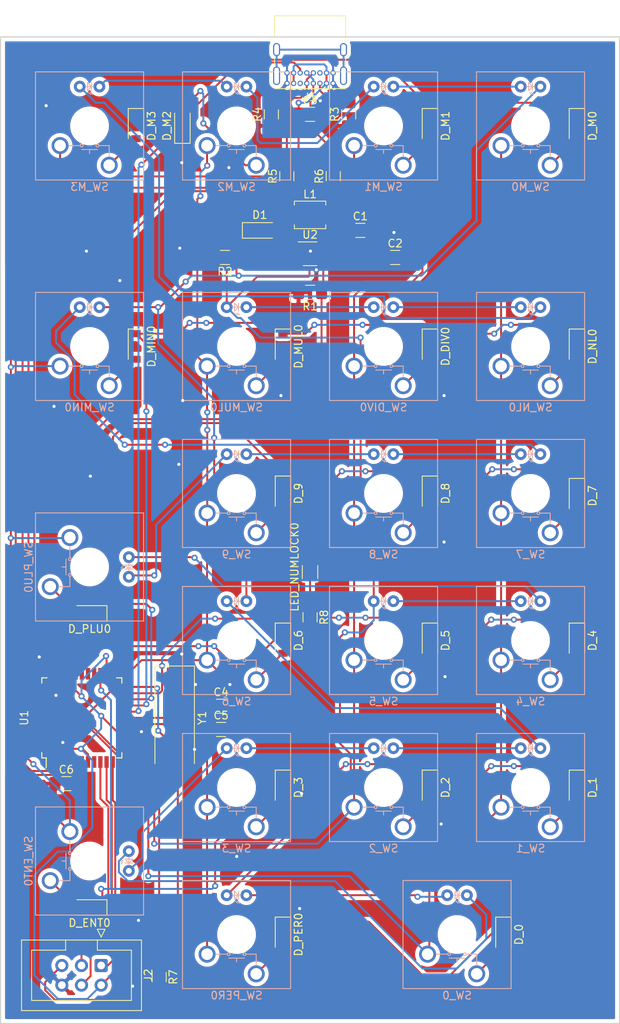
<source format=kicad_pcb>
(kicad_pcb (version 20171130) (host pcbnew 5.1.6+dfsg1-1)
  (layers (0 F.Cu signal) (31 B.Cu signal) (34 B.Paste user) (35 F.Paste user) (36 B.SilkS user) (37 F.SilkS user) (38 B.Mask user) (39 F.Mask user) (44 Edge.Cuts user))
  (net 0 "")
  (net 1 GND)
  (net 2 +5V)
  (net 3 LEDS_ANODE)
  (net 4 "Net-(C4-Pad1)")
  (net 5 "Net-(C5-Pad1)")
  (net 6 "Net-(C6-Pad2)")
  (net 7 "Net-(D1-Pad2)")
  (net 8 "Net-(D_0-Pad2)")
  (net 9 ROW5)
  (net 10 ROW4)
  (net 11 "Net-(D_1-Pad2)")
  (net 12 "Net-(D_2-Pad2)")
  (net 13 "Net-(D_3-Pad2)")
  (net 14 "Net-(D_4-Pad2)")
  (net 15 ROW3)
  (net 16 "Net-(D_5-Pad2)")
  (net 17 "Net-(D_6-Pad2)")
  (net 18 ROW2)
  (net 19 "Net-(D_7-Pad2)")
  (net 20 "Net-(D_8-Pad2)")
  (net 21 "Net-(D_9-Pad2)")
  (net 22 "Net-(D_DIV0-Pad2)")
  (net 23 ROW1)
  (net 24 "Net-(D_ENT0-Pad2)")
  (net 25 "Net-(D_M0-Pad2)")
  (net 26 ROW0)
  (net 27 "Net-(D_M1-Pad2)")
  (net 28 "Net-(D_M2-Pad2)")
  (net 29 "Net-(D_M3-Pad2)")
  (net 30 "Net-(D_MIN0-Pad2)")
  (net 31 "Net-(D_MUL0-Pad2)")
  (net 32 "Net-(D_NL0-Pad2)")
  (net 33 "Net-(D_PER0-Pad2)")
  (net 34 "Net-(D_PLU0-Pad2)")
  (net 35 "Net-(J1-PadA5)")
  (net 36 "Net-(J1-PadA6)")
  (net 37 "Net-(J1-PadA7)")
  (net 38 "Net-(J1-PadA8)")
  (net 39 "Net-(J1-PadB8)")
  (net 40 "Net-(J1-PadB5)")
  (net 41 "Net-(J1-PadS1)")
  (net 42 MISO)
  (net 43 SCK)
  (net 44 !RESET)
  (net 45 MOSI)
  (net 46 "Net-(LED_NUMLOCK0-Pad1)")
  (net 47 LEDS_PWM)
  (net 48 LEDS_CATHODE)
  (net 49 D-)
  (net 50 D+)
  (net 51 "Net-(R8-Pad2)")
  (net 52 "Net-(SW_0-Pad4)")
  (net 53 LED_LINK4)
  (net 54 COL0)
  (net 55 "Net-(SW_1-Pad4)")
  (net 56 LED_LINK3)
  (net 57 COL1)
  (net 58 "Net-(SW_2-Pad4)")
  (net 59 "Net-(SW_3-Pad4)")
  (net 60 COL2)
  (net 61 LED_LINK2)
  (net 62 "Net-(SW_4-Pad4)")
  (net 63 "Net-(SW_7-Pad4)")
  (net 64 LED_LINK1)
  (net 65 "Net-(SW_8-Pad4)")
  (net 66 "Net-(SW_9-Pad4)")
  (net 67 "Net-(SW_DIV0-Pad4)")
  (net 68 "Net-(SW_DIV0-Pad3)")
  (net 69 COL3)
  (net 70 "Net-(SW_M0-Pad4)")
  (net 71 "Net-(SW_M1-Pad4)")
  (net 72 "Net-(SW_M2-Pad4)")
  (net 73 LED_LINK0)
  (net 74 "Net-(U1-Pad1)")
  (net 75 "Net-(U1-Pad8)")
  (net 76 "Net-(U1-Pad12)")
  (net 77 "Net-(U1-Pad26)")
  (net 78 "Net-(U1-Pad27)")
  (net 79 "Net-(U1-Pad28)")
  (net 80 "Net-(U1-Pad29)")
  (net 81 "Net-(U1-Pad30)")
  (net 82 "Net-(U1-Pad33)")
  (net 83 "Net-(U1-Pad36)")
  (net 84 "Net-(U1-Pad37)")
  (net 85 "Net-(U1-Pad42)")
  (module Capacitor_SMD:C_1206_3216Metric_Pad1.42x1.75mm_HandSolder (layer F.Cu) (at -22 -15)
    (fp_text reference C1 (at 0 -1.82) (layer F.SilkS))
    (fp_text value 4.7uF)
    (pad 2 smd roundrect (at 1.4875 0) (size 1.425 1.75) (layers F.Cu F.Paste F.Mask) (roundrect_rratio 0.175439) (net 1 GND))
    (pad 1 smd roundrect (at -1.4875 0) (size 1.425 1.75) (layers F.Cu F.Paste F.Mask) (roundrect_rratio 0.175439) (net 2 +5V))
  )
  (module Capacitor_SMD:C_1206_3216Metric_Pad1.42x1.75mm_HandSolder (layer F.Cu) (at -17.5 -11.5)
    (fp_text reference C2 (at 0 -1.82) (layer F.SilkS))
    (fp_text value 2.2uF)
    (pad 2 smd roundrect (at 1.4875 0) (size 1.425 1.75) (layers F.Cu F.Paste F.Mask) (roundrect_rratio 0.175439) (net 1 GND))
    (pad 1 smd roundrect (at -1.4875 0) (size 1.425 1.75) (layers F.Cu F.Paste F.Mask) (roundrect_rratio 0.175439) (net 3 LEDS_ANODE))
  )
  (module Capacitor_SMD:C_1206_3216Metric_Pad1.42x1.75mm_HandSolder (layer F.Cu) (at -28.5 -30)
    (fp_text reference C3 (at 0 -1.82) (layer F.SilkS))
    (fp_text value 10uF)
    (pad 1 smd roundrect (at -1.4875 0) (size 1.425 1.75) (layers F.Cu F.Paste F.Mask) (roundrect_rratio 0.175439) (net 2 +5V))
    (pad 2 smd roundrect (at 1.4875 0) (size 1.425 1.75) (layers F.Cu F.Paste F.Mask) (roundrect_rratio 0.175439) (net 1 GND))
  )
  (module Capacitor_SMD:C_1206_3216Metric_Pad1.42x1.75mm_HandSolder (layer F.Cu) (at -40 46.5)
    (fp_text reference C4 (at 0 -1.82) (layer F.SilkS))
    (fp_text value 22pF)
    (pad 1 smd roundrect (at -1.4875 0) (size 1.425 1.75) (layers F.Cu F.Paste F.Mask) (roundrect_rratio 0.175439) (net 4 "Net-(C4-Pad1)"))
    (pad 2 smd roundrect (at 1.4875 0) (size 1.425 1.75) (layers F.Cu F.Paste F.Mask) (roundrect_rratio 0.175439) (net 1 GND))
  )
  (module Capacitor_SMD:C_1206_3216Metric_Pad1.42x1.75mm_HandSolder (layer F.Cu) (at -40 49.5)
    (fp_text reference C5 (at 0 -1.82) (layer F.SilkS))
    (fp_text value 22pF)
    (pad 2 smd roundrect (at 1.4875 0) (size 1.425 1.75) (layers F.Cu F.Paste F.Mask) (roundrect_rratio 0.175439) (net 1 GND))
    (pad 1 smd roundrect (at -1.4875 0) (size 1.425 1.75) (layers F.Cu F.Paste F.Mask) (roundrect_rratio 0.175439) (net 5 "Net-(C5-Pad1)"))
  )
  (module Capacitor_SMD:C_1206_3216Metric_Pad1.42x1.75mm_HandSolder (layer F.Cu) (at -60 56.5)
    (fp_text reference C6 (at 0 -1.82) (layer F.SilkS))
    (fp_text value 1uF)
    (pad 1 smd roundrect (at -1.4875 0) (size 1.425 1.75) (layers F.Cu F.Paste F.Mask) (roundrect_rratio 0.175439) (net 1 GND))
    (pad 2 smd roundrect (at 1.4875 0) (size 1.425 1.75) (layers F.Cu F.Paste F.Mask) (roundrect_rratio 0.175439) (net 6 "Net-(C6-Pad2)"))
  )
  (module Diode_SMD:D_SOD-123 (layer F.Cu) (at -35 -15)
    (fp_text reference D1 (at 0 -2) (layer F.SilkS))
    (fp_text value 30V_500mA_Schottky)
    (pad 1 smd rect (at -1.65 0) (size 0.9 1.2) (layers F.Cu F.Paste F.Mask) (net 3 LEDS_ANODE))
    (pad 2 smd rect (at 1.65 0) (size 0.9 1.2) (layers F.Cu F.Paste F.Mask) (net 7 "Net-(D1-Pad2)"))
  )
  (module Diode_SMD:D_SOD-123 (layer F.Cu) (at -3.5 76 270)
    (fp_text reference D_0 (at 0 -2 90) (layer F.SilkS))
    (fp_text value 1N4148)
    (pad 2 smd rect (at 1.65 0 270) (size 0.9 1.2) (layers F.Cu F.Paste F.Mask) (net 8 "Net-(D_0-Pad2)"))
    (pad 1 smd rect (at -1.65 0 270) (size 0.9 1.2) (layers F.Cu F.Paste F.Mask) (net 9 ROW5))
  )
  (module Diode_SMD:D_SOD-123 (layer F.Cu) (at 6 57 270)
    (fp_text reference D_1 (at 0 -2 90) (layer F.SilkS))
    (fp_text value 1N4148)
    (pad 1 smd rect (at -1.65 0 270) (size 0.9 1.2) (layers F.Cu F.Paste F.Mask) (net 10 ROW4))
    (pad 2 smd rect (at 1.65 0 270) (size 0.9 1.2) (layers F.Cu F.Paste F.Mask) (net 11 "Net-(D_1-Pad2)"))
  )
  (module Diode_SMD:D_SOD-123 (layer F.Cu) (at -13 57 270)
    (fp_text reference D_2 (at 0 -2 90) (layer F.SilkS))
    (fp_text value 1N4148)
    (pad 2 smd rect (at 1.65 0 270) (size 0.9 1.2) (layers F.Cu F.Paste F.Mask) (net 12 "Net-(D_2-Pad2)"))
    (pad 1 smd rect (at -1.65 0 270) (size 0.9 1.2) (layers F.Cu F.Paste F.Mask) (net 10 ROW4))
  )
  (module Diode_SMD:D_SOD-123 (layer F.Cu) (at -32 57 270)
    (fp_text reference D_3 (at 0 -2 90) (layer F.SilkS))
    (fp_text value 1N4148)
    (pad 1 smd rect (at -1.65 0 270) (size 0.9 1.2) (layers F.Cu F.Paste F.Mask) (net 10 ROW4))
    (pad 2 smd rect (at 1.65 0 270) (size 0.9 1.2) (layers F.Cu F.Paste F.Mask) (net 13 "Net-(D_3-Pad2)"))
  )
  (module Diode_SMD:D_SOD-123 (layer F.Cu) (at 6 38 270)
    (fp_text reference D_4 (at 0 -2 90) (layer F.SilkS))
    (fp_text value 1N4148)
    (pad 2 smd rect (at 1.65 0 270) (size 0.9 1.2) (layers F.Cu F.Paste F.Mask) (net 14 "Net-(D_4-Pad2)"))
    (pad 1 smd rect (at -1.65 0 270) (size 0.9 1.2) (layers F.Cu F.Paste F.Mask) (net 15 ROW3))
  )
  (module Diode_SMD:D_SOD-123 (layer F.Cu) (at -13 38 270)
    (fp_text reference D_5 (at 0 -2 90) (layer F.SilkS))
    (fp_text value 1N4148)
    (pad 1 smd rect (at -1.65 0 270) (size 0.9 1.2) (layers F.Cu F.Paste F.Mask) (net 15 ROW3))
    (pad 2 smd rect (at 1.65 0 270) (size 0.9 1.2) (layers F.Cu F.Paste F.Mask) (net 16 "Net-(D_5-Pad2)"))
  )
  (module Diode_SMD:D_SOD-123 (layer F.Cu) (at -32 38 270)
    (fp_text reference D_6 (at 0 -2 90) (layer F.SilkS))
    (fp_text value 1N4148)
    (pad 2 smd rect (at 1.65 0 270) (size 0.9 1.2) (layers F.Cu F.Paste F.Mask) (net 17 "Net-(D_6-Pad2)"))
    (pad 1 smd rect (at -1.65 0 270) (size 0.9 1.2) (layers F.Cu F.Paste F.Mask) (net 15 ROW3))
  )
  (module Diode_SMD:D_SOD-123 (layer F.Cu) (at 6 19.304 270)
    (fp_text reference D_7 (at 0 -2 90) (layer F.SilkS))
    (fp_text value 1N4148)
    (pad 1 smd rect (at -1.65 0 270) (size 0.9 1.2) (layers F.Cu F.Paste F.Mask) (net 18 ROW2))
    (pad 2 smd rect (at 1.65 0 270) (size 0.9 1.2) (layers F.Cu F.Paste F.Mask) (net 19 "Net-(D_7-Pad2)"))
  )
  (module Diode_SMD:D_SOD-123 (layer F.Cu) (at -13 19 270)
    (fp_text reference D_8 (at 0 -2 90) (layer F.SilkS))
    (fp_text value 1N4148)
    (pad 1 smd rect (at -1.65 0 270) (size 0.9 1.2) (layers F.Cu F.Paste F.Mask) (net 18 ROW2))
    (pad 2 smd rect (at 1.65 0 270) (size 0.9 1.2) (layers F.Cu F.Paste F.Mask) (net 20 "Net-(D_8-Pad2)"))
  )
  (module Diode_SMD:D_SOD-123 (layer F.Cu) (at -32 19 270)
    (fp_text reference D_9 (at 0 -2 90) (layer F.SilkS))
    (fp_text value 1N4148)
    (pad 2 smd rect (at 1.65 0 270) (size 0.9 1.2) (layers F.Cu F.Paste F.Mask) (net 21 "Net-(D_9-Pad2)"))
    (pad 1 smd rect (at -1.65 0 270) (size 0.9 1.2) (layers F.Cu F.Paste F.Mask) (net 18 ROW2))
  )
  (module Diode_SMD:D_SOD-123 (layer F.Cu) (at -13 0 270)
    (fp_text reference D_DIV0 (at 0 -2 90) (layer F.SilkS))
    (fp_text value 1N4148)
    (pad 2 smd rect (at 1.65 0 270) (size 0.9 1.2) (layers F.Cu F.Paste F.Mask) (net 22 "Net-(D_DIV0-Pad2)"))
    (pad 1 smd rect (at -1.65 0 270) (size 0.9 1.2) (layers F.Cu F.Paste F.Mask) (net 23 ROW1))
  )
  (module Diode_SMD:D_SOD-123 (layer F.Cu) (at -57 72.5 180)
    (fp_text reference D_ENT0 (at 0 -2) (layer F.SilkS))
    (fp_text value 1N4148)
    (pad 2 smd rect (at 1.65 0 180) (size 0.9 1.2) (layers F.Cu F.Paste F.Mask) (net 24 "Net-(D_ENT0-Pad2)"))
    (pad 1 smd rect (at -1.65 0 180) (size 0.9 1.2) (layers F.Cu F.Paste F.Mask) (net 10 ROW4))
  )
  (module Diode_SMD:D_SOD-123 (layer F.Cu) (at 6 -28.5 270)
    (fp_text reference D_M0 (at 0 -2 90) (layer F.SilkS))
    (fp_text value 1N4148)
    (pad 2 smd rect (at 1.65 0 270) (size 0.9 1.2) (layers F.Cu F.Paste F.Mask) (net 25 "Net-(D_M0-Pad2)"))
    (pad 1 smd rect (at -1.65 0 270) (size 0.9 1.2) (layers F.Cu F.Paste F.Mask) (net 26 ROW0))
  )
  (module Diode_SMD:D_SOD-123 (layer F.Cu) (at -13 -28.5 270)
    (fp_text reference D_M1 (at 0 -2 90) (layer F.SilkS))
    (fp_text value 1N4148)
    (pad 2 smd rect (at 1.65 0 270) (size 0.9 1.2) (layers F.Cu F.Paste F.Mask) (net 27 "Net-(D_M1-Pad2)"))
    (pad 1 smd rect (at -1.65 0 270) (size 0.9 1.2) (layers F.Cu F.Paste F.Mask) (net 26 ROW0))
  )
  (module Diode_SMD:D_SOD-123 (layer F.Cu) (at -45 -28.5 90)
    (fp_text reference D_M2 (at 0 -2 90) (layer F.SilkS))
    (fp_text value 1N4148)
    (pad 2 smd rect (at 1.65 0 90) (size 0.9 1.2) (layers F.Cu F.Paste F.Mask) (net 28 "Net-(D_M2-Pad2)"))
    (pad 1 smd rect (at -1.65 0 90) (size 0.9 1.2) (layers F.Cu F.Paste F.Mask) (net 26 ROW0))
  )
  (module Diode_SMD:D_SOD-123 (layer F.Cu) (at -51 -28.5 270)
    (fp_text reference D_M3 (at 0 -2 90) (layer F.SilkS))
    (fp_text value 1N4148)
    (pad 1 smd rect (at -1.65 0 270) (size 0.9 1.2) (layers F.Cu F.Paste F.Mask) (net 26 ROW0))
    (pad 2 smd rect (at 1.65 0 270) (size 0.9 1.2) (layers F.Cu F.Paste F.Mask) (net 29 "Net-(D_M3-Pad2)"))
  )
  (module Diode_SMD:D_SOD-123 (layer F.Cu) (at -51 0 270)
    (fp_text reference D_MIN0 (at 0 -2 90) (layer F.SilkS))
    (fp_text value 1N4148)
    (pad 2 smd rect (at 1.65 0 270) (size 0.9 1.2) (layers F.Cu F.Paste F.Mask) (net 30 "Net-(D_MIN0-Pad2)"))
    (pad 1 smd rect (at -1.65 0 270) (size 0.9 1.2) (layers F.Cu F.Paste F.Mask) (net 23 ROW1))
  )
  (module Diode_SMD:D_SOD-123 (layer F.Cu) (at -32 0 270)
    (fp_text reference D_MUL0 (at 0 -2 90) (layer F.SilkS))
    (fp_text value 1N4148)
    (pad 1 smd rect (at -1.65 0 270) (size 0.9 1.2) (layers F.Cu F.Paste F.Mask) (net 23 ROW1))
    (pad 2 smd rect (at 1.65 0 270) (size 0.9 1.2) (layers F.Cu F.Paste F.Mask) (net 31 "Net-(D_MUL0-Pad2)"))
  )
  (module Diode_SMD:D_SOD-123 (layer F.Cu) (at 6 0 270)
    (fp_text reference D_NL0 (at 0 -2 90) (layer F.SilkS))
    (fp_text value 1N4148)
    (pad 1 smd rect (at -1.65 0 270) (size 0.9 1.2) (layers F.Cu F.Paste F.Mask) (net 23 ROW1))
    (pad 2 smd rect (at 1.65 0 270) (size 0.9 1.2) (layers F.Cu F.Paste F.Mask) (net 32 "Net-(D_NL0-Pad2)"))
  )
  (module Diode_SMD:D_SOD-123 (layer F.Cu) (at -32 76 270)
    (fp_text reference D_PER0 (at 0 -2 90) (layer F.SilkS))
    (fp_text value 1N4148)
    (pad 1 smd rect (at -1.65 0 270) (size 0.9 1.2) (layers F.Cu F.Paste F.Mask) (net 9 ROW5))
    (pad 2 smd rect (at 1.65 0 270) (size 0.9 1.2) (layers F.Cu F.Paste F.Mask) (net 33 "Net-(D_PER0-Pad2)"))
  )
  (module Diode_SMD:D_SOD-123 (layer F.Cu) (at -57 34.5 180)
    (fp_text reference D_PLU0 (at 0 -2) (layer F.SilkS))
    (fp_text value 1N4148)
    (pad 1 smd rect (at -1.65 0 180) (size 0.9 1.2) (layers F.Cu F.Paste F.Mask) (net 18 ROW2))
    (pad 2 smd rect (at 1.65 0 180) (size 0.9 1.2) (layers F.Cu F.Paste F.Mask) (net 34 "Net-(D_PLU0-Pad2)"))
  )
  (module Connector_USB:USB_C_Receptacle_GCT_USB4085 (layer F.Cu) (at -25.525 -34 180)
    (fp_text reference J1 (at 2.975 -1.8) (layer F.SilkS))
    (fp_text value usb-c_2.0)
    (pad A1 thru_hole circle (at 0 0 180) (size 0.7 0.7) (drill 0.4) (layers *.Cu *.Mask) (net 1 GND))
    (pad A4 thru_hole circle (at 0.85 0 180) (size 0.7 0.7) (drill 0.4) (layers *.Cu *.Mask) (net 2 +5V))
    (pad A5 thru_hole circle (at 1.7 0 180) (size 0.7 0.7) (drill 0.4) (layers *.Cu *.Mask) (net 35 "Net-(J1-PadA5)"))
    (pad A6 thru_hole circle (at 2.55 0 180) (size 0.7 0.7) (drill 0.4) (layers *.Cu *.Mask) (net 36 "Net-(J1-PadA6)"))
    (pad A7 thru_hole circle (at 3.4 0 180) (size 0.7 0.7) (drill 0.4) (layers *.Cu *.Mask) (net 37 "Net-(J1-PadA7)"))
    (pad A8 thru_hole circle (at 4.25 0 180) (size 0.7 0.7) (drill 0.4) (layers *.Cu *.Mask) (net 38 "Net-(J1-PadA8)"))
    (pad A9 thru_hole circle (at 5.1 0 180) (size 0.7 0.7) (drill 0.4) (layers *.Cu *.Mask) (net 2 +5V))
    (pad A12 thru_hole circle (at 5.95 0 180) (size 0.7 0.7) (drill 0.4) (layers *.Cu *.Mask) (net 1 GND))
    (pad B9 thru_hole circle (at 0.85 1.35 180) (size 0.7 0.7) (drill 0.4) (layers *.Cu *.Mask) (net 2 +5V))
    (pad B7 thru_hole circle (at 2.55 1.35 180) (size 0.7 0.7) (drill 0.4) (layers *.Cu *.Mask) (net 37 "Net-(J1-PadA7)"))
    (pad B8 thru_hole circle (at 1.7 1.35 180) (size 0.7 0.7) (drill 0.4) (layers *.Cu *.Mask) (net 39 "Net-(J1-PadB8)"))
    (pad B12 thru_hole circle (at 0 1.35 180) (size 0.7 0.7) (drill 0.4) (layers *.Cu *.Mask) (net 1 GND))
    (pad B5 thru_hole circle (at 4.25 1.35 180) (size 0.7 0.7) (drill 0.4) (layers *.Cu *.Mask) (net 40 "Net-(J1-PadB5)"))
    (pad B4 thru_hole circle (at 5.1 1.35 180) (size 0.7 0.7) (drill 0.4) (layers *.Cu *.Mask) (net 2 +5V))
    (pad B1 thru_hole circle (at 5.95 1.35 180) (size 0.7 0.7) (drill 0.4) (layers *.Cu *.Mask) (net 1 GND))
    (pad B6 thru_hole circle (at 3.4 1.35 180) (size 0.7 0.7) (drill 0.4) (layers *.Cu *.Mask) (net 36 "Net-(J1-PadA6)"))
    (pad S1 thru_hole oval (at -1.35 0.98 180) (size 0.9 2.4) (drill oval 0.6 2.1) (layers *.Cu *.Mask) (net 41 "Net-(J1-PadS1)"))
    (pad S1 thru_hole oval (at 7.3 0.98 180) (size 0.9 2.4) (drill oval 0.6 2.1) (layers *.Cu *.Mask) (net 41 "Net-(J1-PadS1)"))
    (pad S1 thru_hole oval (at -1.35 4.36 180) (size 0.9 1.7) (drill oval 0.6 1.4) (layers *.Cu *.Mask) (net 41 "Net-(J1-PadS1)"))
    (pad S1 thru_hole oval (at 7.3 4.36 180) (size 0.9 1.7) (drill oval 0.6 1.4) (layers *.Cu *.Mask) (net 41 "Net-(J1-PadS1)"))
  )
  (module Connector_IDC:IDC-Header_2x03_P2.54mm_Vertical (layer F.Cu) (at -55.5 80 270)
    (fp_text reference J2 (at 1.27 -6.1 90) (layer F.SilkS))
    (fp_text value AVR-ISP)
    (pad 1 thru_hole roundrect (at 0 0 270) (size 1.7 1.7) (drill 1) (layers *.Cu *.Mask) (roundrect_rratio 0.147059) (net 42 MISO))
    (pad 3 thru_hole circle (at 0 2.54 270) (size 1.7 1.7) (drill 1) (layers *.Cu *.Mask) (net 43 SCK))
    (pad 5 thru_hole circle (at 0 5.08 270) (size 1.7 1.7) (drill 1) (layers *.Cu *.Mask) (net 44 !RESET))
    (pad 2 thru_hole circle (at 2.54 0 270) (size 1.7 1.7) (drill 1) (layers *.Cu *.Mask) (net 2 +5V))
    (pad 4 thru_hole circle (at 2.54 2.54 270) (size 1.7 1.7) (drill 1) (layers *.Cu *.Mask) (net 45 MOSI))
    (pad 6 thru_hole circle (at 2.54 5.08 270) (size 1.7 1.7) (drill 1) (layers *.Cu *.Mask) (net 1 GND))
  )
  (module numpty:SRN3010TA (layer F.Cu) (at -28.5 -17 180)
    (fp_text reference L1 (at 0 2.667) (layer F.SilkS))
    (fp_text value 10uH)
    (pad 1 smd rect (at -1.2 0 180) (size 1.4 3.2) (layers F.Cu F.Paste F.Mask) (net 2 +5V))
    (pad 2 smd rect (at 1.2 0 180) (size 1.4 3.2) (layers F.Cu F.Paste F.Mask) (net 7 "Net-(D1-Pad2)"))
  )
  (module LED_SMD:LED_Cree-XQ_HandSoldering (layer F.Cu) (at -28.5 28.5 90)
    (fp_text reference LED_NUMLOCK0 (at 0 -2 90) (layer F.SilkS))
    (fp_text value LED)
    (pad 1 smd rect (at -0.88 0 90) (size 1.25 1.6) (layers F.Cu F.Paste F.Mask) (net 46 "Net-(LED_NUMLOCK0-Pad1)"))
    (pad 2 smd rect (at 0.88 0 90) (size 1.25 1.6) (layers F.Cu F.Paste F.Mask) (net 1 GND))
  )
  (module Resistor_SMD:R_1206_3216Metric_Pad1.42x1.75mm_HandSolder (layer F.Cu) (at -28.5 -7 180)
    (fp_text reference R1 (at 0 -1.82) (layer F.SilkS))
    (fp_text value 100k)
    (pad 2 smd roundrect (at 1.4875 0 180) (size 1.425 1.75) (layers F.Cu F.Paste F.Mask) (roundrect_rratio 0.175439) (net 1 GND))
    (pad 1 smd roundrect (at -1.4875 0 180) (size 1.425 1.75) (layers F.Cu F.Paste F.Mask) (roundrect_rratio 0.175439) (net 47 LEDS_PWM))
  )
  (module Resistor_SMD:R_1206_3216Metric_Pad1.42x1.75mm_HandSolder (layer F.Cu) (at -39.5 -11.5 180)
    (fp_text reference R2 (at 0 -1.82) (layer F.SilkS))
    (fp_text value 1.8)
    (pad 2 smd roundrect (at 1.4875 0 180) (size 1.425 1.75) (layers F.Cu F.Paste F.Mask) (roundrect_rratio 0.175439) (net 1 GND))
    (pad 1 smd roundrect (at -1.4875 0 180) (size 1.425 1.75) (layers F.Cu F.Paste F.Mask) (roundrect_rratio 0.175439) (net 48 LEDS_CATHODE))
  )
  (module Resistor_SMD:R_1206_3216Metric_Pad1.42x1.75mm_HandSolder (layer F.Cu) (at -23.5 -30 90)
    (fp_text reference R3 (at 0 -1.82 90) (layer F.SilkS))
    (fp_text value 5k1)
    (pad 1 smd roundrect (at -1.4875 0 90) (size 1.425 1.75) (layers F.Cu F.Paste F.Mask) (roundrect_rratio 0.175439) (net 1 GND))
    (pad 2 smd roundrect (at 1.4875 0 90) (size 1.425 1.75) (layers F.Cu F.Paste F.Mask) (roundrect_rratio 0.175439) (net 35 "Net-(J1-PadA5)"))
  )
  (module Resistor_SMD:R_1206_3216Metric_Pad1.42x1.75mm_HandSolder (layer F.Cu) (at -33.5 -30 90)
    (fp_text reference R4 (at 0 -1.82 90) (layer F.SilkS))
    (fp_text value 5k1)
    (pad 2 smd roundrect (at 1.4875 0 90) (size 1.425 1.75) (layers F.Cu F.Paste F.Mask) (roundrect_rratio 0.175439) (net 40 "Net-(J1-PadB5)"))
    (pad 1 smd roundrect (at -1.4875 0 90) (size 1.425 1.75) (layers F.Cu F.Paste F.Mask) (roundrect_rratio 0.175439) (net 1 GND))
  )
  (module Resistor_SMD:R_1206_3216Metric_Pad1.42x1.75mm_HandSolder (layer F.Cu) (at -31.5 -22 90)
    (fp_text reference R5 (at 0 -1.82 90) (layer F.SilkS))
    (fp_text value 22)
    (pad 2 smd roundrect (at 1.4875 0 90) (size 1.425 1.75) (layers F.Cu F.Paste F.Mask) (roundrect_rratio 0.175439) (net 37 "Net-(J1-PadA7)"))
    (pad 1 smd roundrect (at -1.4875 0 90) (size 1.425 1.75) (layers F.Cu F.Paste F.Mask) (roundrect_rratio 0.175439) (net 49 D-))
  )
  (module Resistor_SMD:R_1206_3216Metric_Pad1.42x1.75mm_HandSolder (layer F.Cu) (at -25.5 -22 90)
    (fp_text reference R6 (at 0 -1.82 90) (layer F.SilkS))
    (fp_text value 22)
    (pad 1 smd roundrect (at -1.4875 0 90) (size 1.425 1.75) (layers F.Cu F.Paste F.Mask) (roundrect_rratio 0.175439) (net 50 D+))
    (pad 2 smd roundrect (at 1.4875 0 90) (size 1.425 1.75) (layers F.Cu F.Paste F.Mask) (roundrect_rratio 0.175439) (net 36 "Net-(J1-PadA6)"))
  )
  (module Resistor_SMD:R_1206_3216Metric_Pad1.42x1.75mm_HandSolder (layer F.Cu) (at -48 81.5 270)
    (fp_text reference R7 (at 0 -1.82 90) (layer F.SilkS))
    (fp_text value 10k)
    (pad 1 smd roundrect (at -1.4875 0 270) (size 1.425 1.75) (layers F.Cu F.Paste F.Mask) (roundrect_rratio 0.175439) (net 2 +5V))
    (pad 2 smd roundrect (at 1.4875 0 270) (size 1.425 1.75) (layers F.Cu F.Paste F.Mask) (roundrect_rratio 0.175439) (net 44 !RESET))
  )
  (module Resistor_SMD:R_1206_3216Metric_Pad1.42x1.75mm_HandSolder (layer F.Cu) (at -28.5 35 270)
    (fp_text reference R8 (at 0 -1.82 90) (layer F.SilkS))
    (fp_text value 300)
    (pad 1 smd roundrect (at -1.4875 0 270) (size 1.425 1.75) (layers F.Cu F.Paste F.Mask) (roundrect_rratio 0.175439) (net 46 "Net-(LED_NUMLOCK0-Pad1)"))
    (pad 2 smd roundrect (at 1.4875 0 270) (size 1.425 1.75) (layers F.Cu F.Paste F.Mask) (roundrect_rratio 0.175439) (net 51 "Net-(R8-Pad2)"))
  )
  (module numpty:Gateron_LED_1.00u_Plate (layer B.Cu) (at -9.5 76)
    (fp_text reference SW_0 (at 0 7.874) (layer B.SilkS) (effects (justify mirror)))
    (fp_text value KEY_LED)
    (pad 4 thru_hole circle (at -1.27 -5.08) (size 1.524 1.524) (drill 0.762) (layers *.Cu *.Mask) (net 52 "Net-(SW_0-Pad4)"))
    (pad 3 thru_hole circle (at 1.27 -5.08) (size 1.524 1.524) (drill 0.762) (layers *.Cu *.Mask) (net 53 LED_LINK4))
    (pad "" np_thru_hole circle (at 0 0) (size 4 4) (drill 4) (layers *.Cu *.Mask))
    (pad 2 thru_hole circle (at -3.81 2.54) (size 2.2 2.2) (drill 1.5) (layers *.Cu *.Mask) (net 54 COL0))
    (pad 1 thru_hole circle (at 2.54 5.08) (size 2.2 2.2) (drill 1.5) (layers *.Cu *.Mask) (net 8 "Net-(D_0-Pad2)"))
  )
  (module numpty:Gateron_LED_1.00u_Plate (layer B.Cu) (at 0 57)
    (fp_text reference SW_1 (at 0 7.874) (layer B.SilkS) (effects (justify mirror)))
    (fp_text value KEY_LED)
    (pad 4 thru_hole circle (at -1.27 -5.08) (size 1.524 1.524) (drill 0.762) (layers *.Cu *.Mask) (net 55 "Net-(SW_1-Pad4)"))
    (pad 3 thru_hole circle (at 1.27 -5.08) (size 1.524 1.524) (drill 0.762) (layers *.Cu *.Mask) (net 56 LED_LINK3))
    (pad "" np_thru_hole circle (at 0 0) (size 4 4) (drill 4) (layers *.Cu *.Mask))
    (pad 2 thru_hole circle (at -3.81 2.54) (size 2.2 2.2) (drill 1.5) (layers *.Cu *.Mask) (net 54 COL0))
    (pad 1 thru_hole circle (at 2.54 5.08) (size 2.2 2.2) (drill 1.5) (layers *.Cu *.Mask) (net 11 "Net-(D_1-Pad2)"))
  )
  (module numpty:Gateron_LED_1.00u_Plate (layer B.Cu) (at -19 57)
    (fp_text reference SW_2 (at 0 7.874) (layer B.SilkS) (effects (justify mirror)))
    (fp_text value KEY_LED)
    (pad 1 thru_hole circle (at 2.54 5.08) (size 2.2 2.2) (drill 1.5) (layers *.Cu *.Mask) (net 12 "Net-(D_2-Pad2)"))
    (pad 2 thru_hole circle (at -3.81 2.54) (size 2.2 2.2) (drill 1.5) (layers *.Cu *.Mask) (net 57 COL1))
    (pad "" np_thru_hole circle (at 0 0) (size 4 4) (drill 4) (layers *.Cu *.Mask))
    (pad 3 thru_hole circle (at 1.27 -5.08) (size 1.524 1.524) (drill 0.762) (layers *.Cu *.Mask) (net 55 "Net-(SW_1-Pad4)"))
    (pad 4 thru_hole circle (at -1.27 -5.08) (size 1.524 1.524) (drill 0.762) (layers *.Cu *.Mask) (net 58 "Net-(SW_2-Pad4)"))
  )
  (module numpty:Gateron_LED_1.00u_Plate (layer B.Cu) (at -38 57)
    (fp_text reference SW_3 (at 0 7.874) (layer B.SilkS) (effects (justify mirror)))
    (fp_text value KEY_LED)
    (pad 4 thru_hole circle (at -1.27 -5.08) (size 1.524 1.524) (drill 0.762) (layers *.Cu *.Mask) (net 59 "Net-(SW_3-Pad4)"))
    (pad 3 thru_hole circle (at 1.27 -5.08) (size 1.524 1.524) (drill 0.762) (layers *.Cu *.Mask) (net 58 "Net-(SW_2-Pad4)"))
    (pad "" np_thru_hole circle (at 0 0) (size 4 4) (drill 4) (layers *.Cu *.Mask))
    (pad 2 thru_hole circle (at -3.81 2.54) (size 2.2 2.2) (drill 1.5) (layers *.Cu *.Mask) (net 60 COL2))
    (pad 1 thru_hole circle (at 2.54 5.08) (size 2.2 2.2) (drill 1.5) (layers *.Cu *.Mask) (net 13 "Net-(D_3-Pad2)"))
  )
  (module numpty:Gateron_LED_1.00u_Plate (layer B.Cu) (at 0 38)
    (fp_text reference SW_4 (at 0 7.874) (layer B.SilkS) (effects (justify mirror)))
    (fp_text value KEY_LED)
    (pad 1 thru_hole circle (at 2.54 5.08) (size 2.2 2.2) (drill 1.5) (layers *.Cu *.Mask) (net 14 "Net-(D_4-Pad2)"))
    (pad 2 thru_hole circle (at -3.81 2.54) (size 2.2 2.2) (drill 1.5) (layers *.Cu *.Mask) (net 54 COL0))
    (pad "" np_thru_hole circle (at 0 0) (size 4 4) (drill 4) (layers *.Cu *.Mask))
    (pad 3 thru_hole circle (at 1.27 -5.08) (size 1.524 1.524) (drill 0.762) (layers *.Cu *.Mask) (net 61 LED_LINK2))
    (pad 4 thru_hole circle (at -1.27 -5.08) (size 1.524 1.524) (drill 0.762) (layers *.Cu *.Mask) (net 62 "Net-(SW_4-Pad4)"))
  )
  (module numpty:Gateron_LED_1.00u_Plate (layer B.Cu) (at -19 38)
    (fp_text reference SW_5 (at 0 7.874) (layer B.SilkS) (effects (justify mirror)))
    (fp_text value KEY_LED)
    (pad 4 thru_hole circle (at -1.27 -5.08) (size 1.524 1.524) (drill 0.762) (layers *.Cu *.Mask) (net 3 LEDS_ANODE))
    (pad 3 thru_hole circle (at 1.27 -5.08) (size 1.524 1.524) (drill 0.762) (layers *.Cu *.Mask) (net 62 "Net-(SW_4-Pad4)"))
    (pad "" np_thru_hole circle (at 0 0) (size 4 4) (drill 4) (layers *.Cu *.Mask))
    (pad 2 thru_hole circle (at -3.81 2.54) (size 2.2 2.2) (drill 1.5) (layers *.Cu *.Mask) (net 57 COL1))
    (pad 1 thru_hole circle (at 2.54 5.08) (size 2.2 2.2) (drill 1.5) (layers *.Cu *.Mask) (net 16 "Net-(D_5-Pad2)"))
  )
  (module numpty:Gateron_LED_1.00u_Plate (layer B.Cu) (at -38 38)
    (fp_text reference SW_6 (at 0 7.874) (layer B.SilkS) (effects (justify mirror)))
    (fp_text value KEY_LED)
    (pad 1 thru_hole circle (at 2.54 5.08) (size 2.2 2.2) (drill 1.5) (layers *.Cu *.Mask) (net 17 "Net-(D_6-Pad2)"))
    (pad 2 thru_hole circle (at -3.81 2.54) (size 2.2 2.2) (drill 1.5) (layers *.Cu *.Mask) (net 60 COL2))
    (pad "" np_thru_hole circle (at 0 0) (size 4 4) (drill 4) (layers *.Cu *.Mask))
    (pad 3 thru_hole circle (at 1.27 -5.08) (size 1.524 1.524) (drill 0.762) (layers *.Cu *.Mask) (net 48 LEDS_CATHODE))
    (pad 4 thru_hole circle (at -1.27 -5.08) (size 1.524 1.524) (drill 0.762) (layers *.Cu *.Mask) (net 56 LED_LINK3))
  )
  (module numpty:Gateron_LED_1.00u_Plate (layer B.Cu) (at 0 19)
    (fp_text reference SW_7 (at 0 7.874) (layer B.SilkS) (effects (justify mirror)))
    (fp_text value KEY_LED)
    (pad 4 thru_hole circle (at -1.27 -5.08) (size 1.524 1.524) (drill 0.762) (layers *.Cu *.Mask) (net 63 "Net-(SW_7-Pad4)"))
    (pad 3 thru_hole circle (at 1.27 -5.08) (size 1.524 1.524) (drill 0.762) (layers *.Cu *.Mask) (net 64 LED_LINK1))
    (pad "" np_thru_hole circle (at 0 0) (size 4 4) (drill 4) (layers *.Cu *.Mask))
    (pad 2 thru_hole circle (at -3.81 2.54) (size 2.2 2.2) (drill 1.5) (layers *.Cu *.Mask) (net 54 COL0))
    (pad 1 thru_hole circle (at 2.54 5.08) (size 2.2 2.2) (drill 1.5) (layers *.Cu *.Mask) (net 19 "Net-(D_7-Pad2)"))
  )
  (module numpty:Gateron_LED_1.00u_Plate (layer B.Cu) (at -19 19)
    (fp_text reference SW_8 (at 0 7.874) (layer B.SilkS) (effects (justify mirror)))
    (fp_text value KEY_LED)
    (pad 4 thru_hole circle (at -1.27 -5.08) (size 1.524 1.524) (drill 0.762) (layers *.Cu *.Mask) (net 65 "Net-(SW_8-Pad4)"))
    (pad 3 thru_hole circle (at 1.27 -5.08) (size 1.524 1.524) (drill 0.762) (layers *.Cu *.Mask) (net 63 "Net-(SW_7-Pad4)"))
    (pad "" np_thru_hole circle (at 0 0) (size 4 4) (drill 4) (layers *.Cu *.Mask))
    (pad 2 thru_hole circle (at -3.81 2.54) (size 2.2 2.2) (drill 1.5) (layers *.Cu *.Mask) (net 57 COL1))
    (pad 1 thru_hole circle (at 2.54 5.08) (size 2.2 2.2) (drill 1.5) (layers *.Cu *.Mask) (net 20 "Net-(D_8-Pad2)"))
  )
  (module numpty:Gateron_LED_1.00u_Plate (layer B.Cu) (at -38 19)
    (fp_text reference SW_9 (at 0 7.874) (layer B.SilkS) (effects (justify mirror)))
    (fp_text value KEY_LED)
    (pad 1 thru_hole circle (at 2.54 5.08) (size 2.2 2.2) (drill 1.5) (layers *.Cu *.Mask) (net 21 "Net-(D_9-Pad2)"))
    (pad 2 thru_hole circle (at -3.81 2.54) (size 2.2 2.2) (drill 1.5) (layers *.Cu *.Mask) (net 60 COL2))
    (pad "" np_thru_hole circle (at 0 0) (size 4 4) (drill 4) (layers *.Cu *.Mask))
    (pad 3 thru_hole circle (at 1.27 -5.08) (size 1.524 1.524) (drill 0.762) (layers *.Cu *.Mask) (net 65 "Net-(SW_8-Pad4)"))
    (pad 4 thru_hole circle (at -1.27 -5.08) (size 1.524 1.524) (drill 0.762) (layers *.Cu *.Mask) (net 66 "Net-(SW_9-Pad4)"))
  )
  (module numpty:Gateron_LED_1.00u_Plate (layer B.Cu) (at -19 0)
    (fp_text reference SW_DIV0 (at 0 7.874) (layer B.SilkS) (effects (justify mirror)))
    (fp_text value KEY_LED)
    (pad 4 thru_hole circle (at -1.27 -5.08) (size 1.524 1.524) (drill 0.762) (layers *.Cu *.Mask) (net 67 "Net-(SW_DIV0-Pad4)"))
    (pad 3 thru_hole circle (at 1.27 -5.08) (size 1.524 1.524) (drill 0.762) (layers *.Cu *.Mask) (net 68 "Net-(SW_DIV0-Pad3)"))
    (pad "" np_thru_hole circle (at 0 0) (size 4 4) (drill 4) (layers *.Cu *.Mask))
    (pad 2 thru_hole circle (at -3.81 2.54) (size 2.2 2.2) (drill 1.5) (layers *.Cu *.Mask) (net 57 COL1))
    (pad 1 thru_hole circle (at 2.54 5.08) (size 2.2 2.2) (drill 1.5) (layers *.Cu *.Mask) (net 22 "Net-(D_DIV0-Pad2)"))
  )
  (module numpty:Gateron_LED_1.00u_Plate (layer B.Cu) (at -57 66.5 270)
    (fp_text reference SW_ENT0 (at 0 7.874 270) (layer B.SilkS) (effects (justify mirror)))
    (fp_text value KEY_LED)
    (pad 1 thru_hole circle (at 2.54 5.08 270) (size 2.2 2.2) (drill 1.5) (layers *.Cu *.Mask) (net 24 "Net-(D_ENT0-Pad2)"))
    (pad 2 thru_hole circle (at -3.81 2.54 270) (size 2.2 2.2) (drill 1.5) (layers *.Cu *.Mask) (net 69 COL3))
    (pad "" np_thru_hole circle (at 0 0 270) (size 4 4) (drill 4) (layers *.Cu *.Mask))
    (pad 3 thru_hole circle (at 1.27 -5.08 270) (size 1.524 1.524) (drill 0.762) (layers *.Cu *.Mask) (net 59 "Net-(SW_3-Pad4)"))
    (pad 4 thru_hole circle (at -1.27 -5.08 270) (size 1.524 1.524) (drill 0.762) (layers *.Cu *.Mask) (net 53 LED_LINK4))
  )
  (module numpty:Gateron_LED_1.00u_Plate (layer B.Cu) (at 0 -28.5)
    (fp_text reference SW_M0 (at 0 7.874) (layer B.SilkS) (effects (justify mirror)))
    (fp_text value KEY_LED)
    (pad 4 thru_hole circle (at -1.27 -5.08) (size 1.524 1.524) (drill 0.762) (layers *.Cu *.Mask) (net 70 "Net-(SW_M0-Pad4)"))
    (pad 3 thru_hole circle (at 1.27 -5.08) (size 1.524 1.524) (drill 0.762) (layers *.Cu *.Mask) (net 48 LEDS_CATHODE))
    (pad "" np_thru_hole circle (at 0 0) (size 4 4) (drill 4) (layers *.Cu *.Mask))
    (pad 2 thru_hole circle (at -3.81 2.54) (size 2.2 2.2) (drill 1.5) (layers *.Cu *.Mask) (net 54 COL0))
    (pad 1 thru_hole circle (at 2.54 5.08) (size 2.2 2.2) (drill 1.5) (layers *.Cu *.Mask) (net 25 "Net-(D_M0-Pad2)"))
  )
  (module numpty:Gateron_LED_1.00u_Plate (layer B.Cu) (at -19 -28.5)
    (fp_text reference SW_M1 (at 0 7.874) (layer B.SilkS) (effects (justify mirror)))
    (fp_text value KEY_LED)
    (pad 1 thru_hole circle (at 2.54 5.08) (size 2.2 2.2) (drill 1.5) (layers *.Cu *.Mask) (net 27 "Net-(D_M1-Pad2)"))
    (pad 2 thru_hole circle (at -3.81 2.54) (size 2.2 2.2) (drill 1.5) (layers *.Cu *.Mask) (net 57 COL1))
    (pad "" np_thru_hole circle (at 0 0) (size 4 4) (drill 4) (layers *.Cu *.Mask))
    (pad 3 thru_hole circle (at 1.27 -5.08) (size 1.524 1.524) (drill 0.762) (layers *.Cu *.Mask) (net 70 "Net-(SW_M0-Pad4)"))
    (pad 4 thru_hole circle (at -1.27 -5.08) (size 1.524 1.524) (drill 0.762) (layers *.Cu *.Mask) (net 71 "Net-(SW_M1-Pad4)"))
  )
  (module numpty:Gateron_LED_1.00u_Plate (layer B.Cu) (at -38 -28.5)
    (fp_text reference SW_M2 (at 0 7.874) (layer B.SilkS) (effects (justify mirror)))
    (fp_text value KEY_LED)
    (pad 4 thru_hole circle (at -1.27 -5.08) (size 1.524 1.524) (drill 0.762) (layers *.Cu *.Mask) (net 72 "Net-(SW_M2-Pad4)"))
    (pad 3 thru_hole circle (at 1.27 -5.08) (size 1.524 1.524) (drill 0.762) (layers *.Cu *.Mask) (net 71 "Net-(SW_M1-Pad4)"))
    (pad "" np_thru_hole circle (at 0 0) (size 4 4) (drill 4) (layers *.Cu *.Mask))
    (pad 2 thru_hole circle (at -3.81 2.54) (size 2.2 2.2) (drill 1.5) (layers *.Cu *.Mask) (net 60 COL2))
    (pad 1 thru_hole circle (at 2.54 5.08) (size 2.2 2.2) (drill 1.5) (layers *.Cu *.Mask) (net 28 "Net-(D_M2-Pad2)"))
  )
  (module numpty:Gateron_LED_1.00u_Plate (layer B.Cu) (at -57 -28.5)
    (fp_text reference SW_M3 (at 0 7.874) (layer B.SilkS) (effects (justify mirror)))
    (fp_text value KEY_LED)
    (pad 1 thru_hole circle (at 2.54 5.08) (size 2.2 2.2) (drill 1.5) (layers *.Cu *.Mask) (net 29 "Net-(D_M3-Pad2)"))
    (pad 2 thru_hole circle (at -3.81 2.54) (size 2.2 2.2) (drill 1.5) (layers *.Cu *.Mask) (net 69 COL3))
    (pad "" np_thru_hole circle (at 0 0) (size 4 4) (drill 4) (layers *.Cu *.Mask))
    (pad 3 thru_hole circle (at 1.27 -5.08) (size 1.524 1.524) (drill 0.762) (layers *.Cu *.Mask) (net 72 "Net-(SW_M2-Pad4)"))
    (pad 4 thru_hole circle (at -1.27 -5.08) (size 1.524 1.524) (drill 0.762) (layers *.Cu *.Mask) (net 73 LED_LINK0))
  )
  (module numpty:Gateron_LED_1.00u_Plate (layer B.Cu) (at -57 0)
    (fp_text reference SW_MIN0 (at 0 7.874) (layer B.SilkS) (effects (justify mirror)))
    (fp_text value KEY_LED)
    (pad 4 thru_hole circle (at -1.27 -5.08) (size 1.524 1.524) (drill 0.762) (layers *.Cu *.Mask) (net 64 LED_LINK1))
    (pad 3 thru_hole circle (at 1.27 -5.08) (size 1.524 1.524) (drill 0.762) (layers *.Cu *.Mask) (net 48 LEDS_CATHODE))
    (pad "" np_thru_hole circle (at 0 0) (size 4 4) (drill 4) (layers *.Cu *.Mask))
    (pad 2 thru_hole circle (at -3.81 2.54) (size 2.2 2.2) (drill 1.5) (layers *.Cu *.Mask) (net 69 COL3))
    (pad 1 thru_hole circle (at 2.54 5.08) (size 2.2 2.2) (drill 1.5) (layers *.Cu *.Mask) (net 30 "Net-(D_MIN0-Pad2)"))
  )
  (module numpty:Gateron_LED_1.00u_Plate (layer B.Cu) (at -38 0)
    (fp_text reference SW_MUL0 (at 0 7.874) (layer B.SilkS) (effects (justify mirror)))
    (fp_text value KEY_LED)
    (pad 1 thru_hole circle (at 2.54 5.08) (size 2.2 2.2) (drill 1.5) (layers *.Cu *.Mask) (net 31 "Net-(D_MUL0-Pad2)"))
    (pad 2 thru_hole circle (at -3.81 2.54) (size 2.2 2.2) (drill 1.5) (layers *.Cu *.Mask) (net 60 COL2))
    (pad "" np_thru_hole circle (at 0 0) (size 4 4) (drill 4) (layers *.Cu *.Mask))
    (pad 3 thru_hole circle (at 1.27 -5.08) (size 1.524 1.524) (drill 0.762) (layers *.Cu *.Mask) (net 67 "Net-(SW_DIV0-Pad4)"))
    (pad 4 thru_hole circle (at -1.27 -5.08) (size 1.524 1.524) (drill 0.762) (layers *.Cu *.Mask) (net 3 LEDS_ANODE))
  )
  (module numpty:Gateron_LED_1.00u_Plate (layer B.Cu) (at 0 0)
    (fp_text reference SW_NL0 (at 0 7.874) (layer B.SilkS) (effects (justify mirror)))
    (fp_text value KEY_LED)
    (pad 1 thru_hole circle (at 2.54 5.08) (size 2.2 2.2) (drill 1.5) (layers *.Cu *.Mask) (net 32 "Net-(D_NL0-Pad2)"))
    (pad 2 thru_hole circle (at -3.81 2.54) (size 2.2 2.2) (drill 1.5) (layers *.Cu *.Mask) (net 54 COL0))
    (pad "" np_thru_hole circle (at 0 0) (size 4 4) (drill 4) (layers *.Cu *.Mask))
    (pad 3 thru_hole circle (at 1.27 -5.08) (size 1.524 1.524) (drill 0.762) (layers *.Cu *.Mask) (net 73 LED_LINK0))
    (pad 4 thru_hole circle (at -1.27 -5.08) (size 1.524 1.524) (drill 0.762) (layers *.Cu *.Mask) (net 68 "Net-(SW_DIV0-Pad3)"))
  )
  (module numpty:Gateron_LED_1.00u_Plate (layer B.Cu) (at -38 76)
    (fp_text reference SW_PER0 (at 0 7.874) (layer B.SilkS) (effects (justify mirror)))
    (fp_text value KEY_LED)
    (pad 1 thru_hole circle (at 2.54 5.08) (size 2.2 2.2) (drill 1.5) (layers *.Cu *.Mask) (net 33 "Net-(D_PER0-Pad2)"))
    (pad 2 thru_hole circle (at -3.81 2.54) (size 2.2 2.2) (drill 1.5) (layers *.Cu *.Mask) (net 60 COL2))
    (pad "" np_thru_hole circle (at 0 0) (size 4 4) (drill 4) (layers *.Cu *.Mask))
    (pad 3 thru_hole circle (at 1.27 -5.08) (size 1.524 1.524) (drill 0.762) (layers *.Cu *.Mask) (net 52 "Net-(SW_0-Pad4)"))
    (pad 4 thru_hole circle (at -1.27 -5.08) (size 1.524 1.524) (drill 0.762) (layers *.Cu *.Mask) (net 3 LEDS_ANODE))
  )
  (module numpty:Gateron_LED_1.00u_Plate (layer B.Cu) (at -57 28.5 270)
    (fp_text reference SW_PLU0 (at 0 7.874 270) (layer B.SilkS) (effects (justify mirror)))
    (fp_text value KEY_LED)
    (pad 4 thru_hole circle (at -1.27 -5.08 270) (size 1.524 1.524) (drill 0.762) (layers *.Cu *.Mask) (net 61 LED_LINK2))
    (pad 3 thru_hole circle (at 1.27 -5.08 270) (size 1.524 1.524) (drill 0.762) (layers *.Cu *.Mask) (net 66 "Net-(SW_9-Pad4)"))
    (pad "" np_thru_hole circle (at 0 0 270) (size 4 4) (drill 4) (layers *.Cu *.Mask))
    (pad 2 thru_hole circle (at -3.81 2.54 270) (size 2.2 2.2) (drill 1.5) (layers *.Cu *.Mask) (net 69 COL3))
    (pad 1 thru_hole circle (at 2.54 5.08 270) (size 2.2 2.2) (drill 1.5) (layers *.Cu *.Mask) (net 34 "Net-(D_PLU0-Pad2)"))
  )
  (module Package_QFP:TQFP-44_10x10mm_P0.8mm (layer F.Cu) (at -58 48 90)
    (fp_text reference U1 (at 0 -7.45 90) (layer F.SilkS))
    (fp_text value ATmega32U4-AU)
    (pad 1 smd rect (at -5.7 -4 90) (size 1.5 0.55) (layers F.Cu F.Paste F.Mask) (net 74 "Net-(U1-Pad1)"))
    (pad 2 smd rect (at -5.7 -3.2 90) (size 1.5 0.55) (layers F.Cu F.Paste F.Mask) (net 2 +5V))
    (pad 3 smd rect (at -5.7 -2.4 90) (size 1.5 0.55) (layers F.Cu F.Paste F.Mask) (net 49 D-))
    (pad 4 smd rect (at -5.7 -1.6 90) (size 1.5 0.55) (layers F.Cu F.Paste F.Mask) (net 50 D+))
    (pad 5 smd rect (at -5.7 -0.8 90) (size 1.5 0.55) (layers F.Cu F.Paste F.Mask) (net 1 GND))
    (pad 6 smd rect (at -5.7 0 90) (size 1.5 0.55) (layers F.Cu F.Paste F.Mask) (net 6 "Net-(C6-Pad2)"))
    (pad 7 smd rect (at -5.7 0.8 90) (size 1.5 0.55) (layers F.Cu F.Paste F.Mask) (net 2 +5V))
    (pad 8 smd rect (at -5.7 1.6 90) (size 1.5 0.55) (layers F.Cu F.Paste F.Mask) (net 75 "Net-(U1-Pad8)"))
    (pad 9 smd rect (at -5.7 2.4 90) (size 1.5 0.55) (layers F.Cu F.Paste F.Mask) (net 43 SCK))
    (pad 10 smd rect (at -5.7 3.2 90) (size 1.5 0.55) (layers F.Cu F.Paste F.Mask) (net 45 MOSI))
    (pad 11 smd rect (at -5.7 4 90) (size 1.5 0.55) (layers F.Cu F.Paste F.Mask) (net 42 MISO))
    (pad 12 smd rect (at -4 5.7 180) (size 1.5 0.55) (layers F.Cu F.Paste F.Mask) (net 76 "Net-(U1-Pad12)"))
    (pad 13 smd rect (at -3.2 5.7 180) (size 1.5 0.55) (layers F.Cu F.Paste F.Mask) (net 44 !RESET))
    (pad 14 smd rect (at -2.4 5.7 180) (size 1.5 0.55) (layers F.Cu F.Paste F.Mask) (net 2 +5V))
    (pad 15 smd rect (at -1.6 5.7 180) (size 1.5 0.55) (layers F.Cu F.Paste F.Mask) (net 1 GND))
    (pad 16 smd rect (at -0.8 5.7 180) (size 1.5 0.55) (layers F.Cu F.Paste F.Mask) (net 5 "Net-(C5-Pad1)"))
    (pad 17 smd rect (at 0 5.7 180) (size 1.5 0.55) (layers F.Cu F.Paste F.Mask) (net 4 "Net-(C4-Pad1)"))
    (pad 18 smd rect (at 0.8 5.7 180) (size 1.5 0.55) (layers F.Cu F.Paste F.Mask) (net 26 ROW0))
    (pad 19 smd rect (at 1.6 5.7 180) (size 1.5 0.55) (layers F.Cu F.Paste F.Mask) (net 23 ROW1))
    (pad 20 smd rect (at 2.4 5.7 180) (size 1.5 0.55) (layers F.Cu F.Paste F.Mask) (net 18 ROW2))
    (pad 21 smd rect (at 3.2 5.7 180) (size 1.5 0.55) (layers F.Cu F.Paste F.Mask) (net 15 ROW3))
    (pad 22 smd rect (at 4 5.7 180) (size 1.5 0.55) (layers F.Cu F.Paste F.Mask) (net 9 ROW5))
    (pad 23 smd rect (at 5.7 4 90) (size 1.5 0.55) (layers F.Cu F.Paste F.Mask) (net 1 GND))
    (pad 24 smd rect (at 5.7 3.2 90) (size 1.5 0.55) (layers F.Cu F.Paste F.Mask) (net 2 +5V))
    (pad 25 smd rect (at 5.7 2.4 90) (size 1.5 0.55) (layers F.Cu F.Paste F.Mask) (net 10 ROW4))
    (pad 26 smd rect (at 5.7 1.6 90) (size 1.5 0.55) (layers F.Cu F.Paste F.Mask) (net 77 "Net-(U1-Pad26)"))
    (pad 27 smd rect (at 5.7 0.8 90) (size 1.5 0.55) (layers F.Cu F.Paste F.Mask) (net 78 "Net-(U1-Pad27)"))
    (pad 28 smd rect (at 5.7 0 90) (size 1.5 0.55) (layers F.Cu F.Paste F.Mask) (net 79 "Net-(U1-Pad28)"))
    (pad 29 smd rect (at 5.7 -0.8 90) (size 1.5 0.55) (layers F.Cu F.Paste F.Mask) (net 80 "Net-(U1-Pad29)"))
    (pad 30 smd rect (at 5.7 -1.6 90) (size 1.5 0.55) (layers F.Cu F.Paste F.Mask) (net 81 "Net-(U1-Pad30)"))
    (pad 31 smd rect (at 5.7 -2.4 90) (size 1.5 0.55) (layers F.Cu F.Paste F.Mask) (net 51 "Net-(R8-Pad2)"))
    (pad 32 smd rect (at 5.7 -3.2 90) (size 1.5 0.55) (layers F.Cu F.Paste F.Mask) (net 47 LEDS_PWM))
    (pad 33 smd rect (at 5.7 -4 90) (size 1.5 0.55) (layers F.Cu F.Paste F.Mask) (net 82 "Net-(U1-Pad33)"))
    (pad 34 smd rect (at 4 -5.7 180) (size 1.5 0.55) (layers F.Cu F.Paste F.Mask) (net 2 +5V))
    (pad 35 smd rect (at 3.2 -5.7 180) (size 1.5 0.55) (layers F.Cu F.Paste F.Mask) (net 1 GND))
    (pad 36 smd rect (at 2.4 -5.7 180) (size 1.5 0.55) (layers F.Cu F.Paste F.Mask) (net 83 "Net-(U1-Pad36)"))
    (pad 37 smd rect (at 1.6 -5.7 180) (size 1.5 0.55) (layers F.Cu F.Paste F.Mask) (net 84 "Net-(U1-Pad37)"))
    (pad 38 smd rect (at 0.8 -5.7 180) (size 1.5 0.55) (layers F.Cu F.Paste F.Mask) (net 69 COL3))
    (pad 39 smd rect (at 0 -5.7 180) (size 1.5 0.55) (layers F.Cu F.Paste F.Mask) (net 60 COL2))
    (pad 40 smd rect (at -0.8 -5.7 180) (size 1.5 0.55) (layers F.Cu F.Paste F.Mask) (net 57 COL1))
    (pad 41 smd rect (at -1.6 -5.7 180) (size 1.5 0.55) (layers F.Cu F.Paste F.Mask) (net 54 COL0))
    (pad 42 smd rect (at -2.4 -5.7 180) (size 1.5 0.55) (layers F.Cu F.Paste F.Mask) (net 85 "Net-(U1-Pad42)"))
    (pad 43 smd rect (at -3.2 -5.7 180) (size 1.5 0.55) (layers F.Cu F.Paste F.Mask) (net 1 GND))
    (pad 44 smd rect (at -4 -5.7 180) (size 1.5 0.55) (layers F.Cu F.Paste F.Mask) (net 2 +5V))
  )
  (module Package_TO_SOT_SMD:TSOT-23-6_HandSoldering (layer F.Cu) (at -28.5 -12)
    (fp_text reference U2 (at 0 -2.45) (layer F.SilkS))
    (fp_text value MP3202)
    (pad 1 smd rect (at -1.71 -0.95) (size 2 0.65) (layers F.Cu F.Paste F.Mask) (net 7 "Net-(D1-Pad2)"))
    (pad 2 smd rect (at -1.71 0) (size 2 0.65) (layers F.Cu F.Paste F.Mask) (net 1 GND))
    (pad 3 smd rect (at -1.71 0.95) (size 2 0.65) (layers F.Cu F.Paste F.Mask) (net 48 LEDS_CATHODE))
    (pad 4 smd rect (at 1.71 0.95) (size 2 0.65) (layers F.Cu F.Paste F.Mask) (net 47 LEDS_PWM))
    (pad 5 smd rect (at 1.71 0) (size 2 0.65) (layers F.Cu F.Paste F.Mask) (net 3 LEDS_ANODE))
    (pad 6 smd rect (at 1.71 -0.95) (size 2 0.65) (layers F.Cu F.Paste F.Mask) (net 2 +5V))
  )
  (module Crystal:Crystal_SMD_HC49-SD (layer F.Cu) (at -46 48 270)
    (fp_text reference Y1 (at 0 -3.55 90) (layer F.SilkS))
    (fp_text value 16MHz)
    (pad 1 smd rect (at -4.25 0 270) (size 4.5 2) (layers F.Cu F.Paste F.Mask) (net 4 "Net-(C4-Pad1)"))
    (pad 2 smd rect (at 4.25 0 270) (size 4.5 2) (layers F.Cu F.Paste F.Mask) (net 5 "Net-(C5-Pad1)"))
  )
  (gr_line (start -68.5 -40) (end -68.5 87.5) (layer Edge.Cuts) (width 0.15))
  (gr_line (start 11.5 -40) (end 11.5 87.5) (layer Edge.Cuts) (width 0.15))
  (gr_line (start -68.5 87.5) (end 11.5 87.5) (layer Edge.Cuts) (width 0.15))
  (gr_line (start 11.5 -40) (end -68.5 -40) (layer Edge.Cuts) (width 0.15))
  (segment (start -31.475 -35.35) (end -31.475 -36.724) (width 0.25) (layer B.Cu) (net 1))
  (segment (start -25.525 -35.35) (end -25.525 -36.701) (width 0.25) (layer B.Cu) (net 1))
  (segment (start -25.525 -34) (end -25.525 -35.35) (width 0.25) (layer B.Cu) (net 1))
  (segment (start -31.475 -34) (end -31.475 -35.35) (width 0.25) (layer B.Cu) (net 1))
  (via (at -27.178 -31.75) (size 0.8) (drill 0.4) (layers F.Cu B.Cu) (net 1))
  (segment (start -27.0125 -31.5845) (end -27.178 -31.75) (width 0.25) (layer F.Cu) (net 1))
  (segment (start -27.0125 -30) (end -27.0125 -31.5845) (width 0.25) (layer F.Cu) (net 1))
  (segment (start -25.525 -33.403) (end -25.525 -34) (width 0.25) (layer B.Cu) (net 1))
  (segment (start -27.178 -31.75) (end -25.525 -33.403) (width 0.25) (layer B.Cu) (net 1))
  (segment (start -31.850008 -33.624992) (end -31.475 -34) (width 0.25) (layer F.Cu) (net 1))
  (segment (start -31.850008 -30.162492) (end -31.850008 -33.624992) (width 0.25) (layer F.Cu) (net 1))
  (segment (start -33.5 -28.5125) (end -31.850008 -30.162492) (width 0.25) (layer F.Cu) (net 1))
  (segment (start -40.9875 -15.4005) (end -40.9875 -11.5) (width 0.25) (layer F.Cu) (net 1))
  (segment (start -39.37 -17.018) (end -40.9875 -15.4005) (width 0.25) (layer F.Cu) (net 1))
  (segment (start -36.322 -17.018) (end -39.37 -17.018) (width 0.25) (layer F.Cu) (net 1))
  (segment (start -34.925 -15.621) (end -36.322 -17.018) (width 0.25) (layer F.Cu) (net 1))
  (segment (start -34.925 -12.573) (end -34.925 -15.621) (width 0.25) (layer F.Cu) (net 1))
  (segment (start -34.352 -12) (end -34.925 -12.573) (width 0.25) (layer F.Cu) (net 1))
  (segment (start -30.21 -12) (end -34.352 -12) (width 0.25) (layer F.Cu) (net 1))
  (via (at -28.448 -12.319) (size 0.8) (drill 0.4) (layers F.Cu B.Cu) (net 1))
  (segment (start -28.767 -12) (end -28.448 -12.319) (width 0.25) (layer F.Cu) (net 1))
  (segment (start -30.21 -12) (end -28.767 -12) (width 0.25) (layer F.Cu) (net 1))
  (via (at -17.653 -14.732) (size 0.8) (drill 0.4) (layers F.Cu B.Cu) (net 1))
  (segment (start -17.921 -15) (end -17.653 -14.732) (width 0.25) (layer F.Cu) (net 1))
  (segment (start -20.5125 -15) (end -17.921 -15) (width 0.25) (layer F.Cu) (net 1))
  (via (at -27.686 -9.906) (size 0.8) (drill 0.4) (layers F.Cu B.Cu) (net 1))
  (segment (start -28.448 -10.668) (end -27.686 -9.906) (width 0.25) (layer B.Cu) (net 1))
  (segment (start -28.448 -12.319) (end -28.448 -10.668) (width 0.25) (layer B.Cu) (net 1))
  (segment (start -34.816 46.5) (end -38.5125 46.5) (width 0.25) (layer F.Cu) (net 1))
  (segment (start -23.622 35.306) (end -34.816 46.5) (width 0.25) (layer F.Cu) (net 1))
  (segment (start -23.622 31.448) (end -23.622 35.306) (width 0.25) (layer F.Cu) (net 1))
  (segment (start -27.45 27.62) (end -23.622 31.448) (width 0.25) (layer F.Cu) (net 1))
  (segment (start -28.5 27.62) (end -27.45 27.62) (width 0.25) (layer F.Cu) (net 1))
  (via (at -38.862 43.688) (size 0.8) (drill 0.4) (layers F.Cu B.Cu) (net 1))
  (segment (start -38.5125 44.0375) (end -38.862 43.688) (width 0.25) (layer F.Cu) (net 1))
  (segment (start -38.5125 46.5) (end -38.5125 44.0375) (width 0.25) (layer F.Cu) (net 1))
  (segment (start -38.862 43.688) (end -43.307 43.688) (width 0.25) (layer B.Cu) (net 1))
  (via (at -45.085 39.751) (size 0.8) (drill 0.4) (layers F.Cu B.Cu) (net 1))
  (segment (start -45.085 42.037) (end -45.085 39.751) (width 0.25) (layer B.Cu) (net 1))
  (segment (start -43.434 43.688) (end -45.085 42.037) (width 0.25) (layer B.Cu) (net 1))
  (via (at -50.292 49.784) (size 0.8) (drill 0.4) (layers F.Cu B.Cu) (net 1))
  (segment (start -50.476 49.6) (end -50.292 49.784) (width 0.25) (layer F.Cu) (net 1))
  (segment (start -52.3 49.6) (end -50.476 49.6) (width 0.25) (layer F.Cu) (net 1))
  (segment (start -50.292 49.784) (end -48.006 52.07) (width 0.25) (layer B.Cu) (net 1))
  (segment (start -47.244 52.07) (end -38.862 43.688) (width 0.25) (layer B.Cu) (net 1))
  (segment (start -48.006 52.07) (end -47.244 52.07) (width 0.25) (layer B.Cu) (net 1))
  (segment (start -58.8 55.028232) (end -60.271768 56.5) (width 0.25) (layer F.Cu) (net 1))
  (segment (start -60.271768 56.5) (end -61.4875 56.5) (width 0.25) (layer F.Cu) (net 1))
  (segment (start -58.8 53.7) (end -58.8 55.028232) (width 0.25) (layer F.Cu) (net 1))
  (via (at -60.452 51.181) (size 0.8) (drill 0.4) (layers F.Cu B.Cu) (net 1))
  (segment (start -60.471 51.2) (end -60.452 51.181) (width 0.25) (layer F.Cu) (net 1))
  (segment (start -63.7 51.2) (end -60.471 51.2) (width 0.25) (layer F.Cu) (net 1))
  (via (at -61.341 45.085) (size 0.8) (drill 0.4) (layers F.Cu B.Cu) (net 1))
  (segment (start -61.626 44.8) (end -61.341 45.085) (width 0.25) (layer F.Cu) (net 1))
  (segment (start -63.7 44.8) (end -61.626 44.8) (width 0.25) (layer F.Cu) (net 1))
  (via (at -11.557 61.722) (size 0.8) (drill 0.4) (layers F.Cu B.Cu) (net 1))
  (via (at -11.049 42.672) (size 0.8) (drill 0.4) (layers F.Cu B.Cu) (net 1))
  (via (at -56.896 16.764) (size 0.8) (drill 0.4) (layers F.Cu B.Cu) (net 1))
  (via (at -11.176 25.273) (size 0.8) (drill 0.4) (layers F.Cu B.Cu) (net 1))
  (via (at -11.176 6.35) (size 0.8) (drill 0.4) (layers F.Cu B.Cu) (net 1))
  (via (at -50.673 74.168) (size 0.8) (drill 0.4) (layers F.Cu B.Cu) (net 1))
  (via (at -29.845 72.644) (size 0.8) (drill 0.4) (layers F.Cu B.Cu) (net 1))
  (via (at -62.611 -31.115) (size 0.8) (drill 0.4) (layers F.Cu B.Cu) (net 1))
  (via (at -57.404 -12.319) (size 0.8) (drill 0.4) (layers F.Cu B.Cu) (net 1))
  (via (at -61.595 7.747) (size 0.8) (drill 0.4) (layers F.Cu B.Cu) (net 1))
  (via (at -44.958 6.985) (size 0.8) (drill 0.4) (layers F.Cu B.Cu) (net 1))
  (via (at -32.258 6.35) (size 0.8) (drill 0.4) (layers F.Cu B.Cu) (net 1))
  (via (at -45.339 -12.7) (size 0.8) (drill 0.4) (layers F.Cu B.Cu) (net 1))
  (via (at -53.086 -8.509) (size 0.8) (drill 0.4) (layers F.Cu B.Cu) (net 1))
  (via (at -45.466 15.24) (size 0.8) (drill 0.4) (layers F.Cu B.Cu) (net 1))
  (segment (start -43.307 43.688) (end -43.434 43.688) (width 0.25) (layer B.Cu) (net 1))
  (via (at -43.307 43.688) (size 0.8) (drill 0.4) (layers F.Cu B.Cu) (net 1))
  (via (at -43.434 52.07) (size 0.8) (drill 0.4) (layers F.Cu B.Cu) (net 1))
  (via (at -63.5 40.132) (size 0.8) (drill 0.4) (layers F.Cu B.Cu) (net 1))
  (via (at -29.591 57.785) (size 0.8) (drill 0.4) (layers F.Cu B.Cu) (net 1))
  (via (at -37.973 65.913) (size 0.8) (drill 0.4) (layers F.Cu B.Cu) (net 1))
  (via (at -51.435 82.677) (size 0.8) (drill 0.4) (layers F.Cu B.Cu) (net 1))
  (via (at -45.085 -23.749) (size 0.8) (drill 0.4) (layers F.Cu B.Cu) (net 1))
  (via (at -38.989 -23.114) (size 0.8) (drill 0.4) (layers F.Cu B.Cu) (net 1))
  (segment (start -24.74 -15) (end -26.79 -12.95) (width 0.25) (layer F.Cu) (net 2))
  (segment (start -23.4875 -15) (end -24.74 -15) (width 0.25) (layer F.Cu) (net 2))
  (segment (start -25.4875 -17) (end -23.4875 -15) (width 0.25) (layer F.Cu) (net 2))
  (segment (start -27.3 -17) (end -25.4875 -17) (width 0.25) (layer F.Cu) (net 2))
  (segment (start -30.625 -34) (end -30.625 -35.35) (width 0.25) (layer F.Cu) (net 2))
  (segment (start -26.375 -34) (end -26.375 -35.35) (width 0.25) (layer F.Cu) (net 2))
  (segment (start -26.375 -35.35) (end -26.375 -36.154) (width 0.25) (layer B.Cu) (net 2))
  (segment (start -26.375 -36.154) (end -26.67 -36.449) (width 0.25) (layer B.Cu) (net 2))
  (segment (start -26.67 -36.449) (end -30.353 -36.449) (width 0.25) (layer B.Cu) (net 2))
  (segment (start -30.625 -36.177) (end -30.625 -35.35) (width 0.25) (layer B.Cu) (net 2))
  (segment (start -30.353 -36.449) (end -30.625 -36.177) (width 0.25) (layer B.Cu) (net 2))
  (via (at -29.972 -31.496) (size 0.8) (drill 0.4) (layers F.Cu B.Cu) (net 2))
  (segment (start -28.879 -31.496) (end -29.972 -31.496) (width 0.25) (layer B.Cu) (net 2))
  (segment (start -26.375 -34) (end -28.879 -31.496) (width 0.25) (layer B.Cu) (net 2))
  (segment (start -29.972 -30.0155) (end -29.9875 -30) (width 0.25) (layer F.Cu) (net 2))
  (segment (start -29.972 -31.496) (end -29.972 -30.0155) (width 0.25) (layer F.Cu) (net 2))
  (segment (start -26.375 -34) (end -26.375 -33.487) (width 0.25) (layer B.Cu) (net 2))
  (segment (start -23.4875 -15) (end -23.4875 -21.5825) (width 0.25) (layer F.Cu) (net 2))
  (segment (start -23.4875 -21.5825) (end -23.749 -21.844) (width 0.25) (layer F.Cu) (net 2))
  (segment (start -23.749 -21.844) (end -26.67 -21.844) (width 0.25) (layer F.Cu) (net 2))
  (segment (start -29.9875 -25.1615) (end -29.9875 -30) (width 0.25) (layer F.Cu) (net 2))
  (segment (start -26.67 -21.844) (end -29.9875 -25.1615) (width 0.25) (layer F.Cu) (net 2))
  (segment (start -64.897 42.803) (end -63.7 44) (width 0.25) (layer F.Cu) (net 2))
  (segment (start -64.897 -1.27) (end -64.897 42.803) (width 0.25) (layer F.Cu) (net 2))
  (segment (start -46.110999 -20.056001) (end -64.897 -1.27) (width 0.25) (layer F.Cu) (net 2))
  (segment (start -40.64 -19.177) (end -41.519001 -20.056001) (width 0.25) (layer F.Cu) (net 2))
  (segment (start -41.519001 -20.056001) (end -46.110999 -20.056001) (width 0.25) (layer F.Cu) (net 2))
  (segment (start -28.321 -19.177) (end -40.64 -19.177) (width 0.25) (layer F.Cu) (net 2))
  (segment (start -27.3 -18.156) (end -28.321 -19.177) (width 0.25) (layer F.Cu) (net 2))
  (segment (start -27.3 -17) (end -27.3 -18.156) (width 0.25) (layer F.Cu) (net 2))
  (segment (start -61.9 52) (end -63.7 52) (width 0.25) (layer F.Cu) (net 2))
  (segment (start -61.2 52.7) (end -61.9 52) (width 0.25) (layer F.Cu) (net 2))
  (segment (start -61.2 53.7) (end -61.2 52.7) (width 0.25) (layer F.Cu) (net 2))
  (segment (start -57.2 52.7) (end -57.9 52) (width 0.25) (layer F.Cu) (net 2))
  (segment (start -57.2 53.7) (end -57.2 52.7) (width 0.25) (layer F.Cu) (net 2))
  (via (at -55.499 47.752) (size 0.8) (drill 0.4) (layers F.Cu B.Cu) (net 2))
  (segment (start -52.851 50.4) (end -55.499 47.752) (width 0.25) (layer F.Cu) (net 2))
  (segment (start -52.3 50.4) (end -52.851 50.4) (width 0.25) (layer F.Cu) (net 2))
  (via (at -58.039 45.212) (size 0.8) (drill 0.4) (layers F.Cu B.Cu) (net 2))
  (segment (start -55.499 47.752) (end -58.039 45.212) (width 0.25) (layer B.Cu) (net 2))
  (segment (start -59.251 44) (end -63.7 44) (width 0.25) (layer F.Cu) (net 2))
  (segment (start -58.039 45.212) (end -59.251 44) (width 0.25) (layer F.Cu) (net 2))
  (via (at -54.864 40.005) (size 0.8) (drill 0.4) (layers F.Cu B.Cu) (net 2))
  (segment (start -54.8 40.069) (end -54.864 40.005) (width 0.25) (layer F.Cu) (net 2))
  (segment (start -54.8 42.3) (end -54.8 40.069) (width 0.25) (layer F.Cu) (net 2))
  (segment (start -58.039 43.18) (end -58.039 45.212) (width 0.25) (layer B.Cu) (net 2))
  (segment (start -54.864 40.005) (end -58.039 43.18) (width 0.25) (layer B.Cu) (net 2))
  (segment (start -55.499 49.39) (end -58.109 52) (width 0.25) (layer B.Cu) (net 2))
  (via (at -58.109 52) (size 0.8) (drill 0.4) (layers F.Cu B.Cu) (net 2))
  (segment (start -55.499 47.752) (end -55.499 49.39) (width 0.25) (layer B.Cu) (net 2))
  (segment (start -58.109 52) (end -63.7 52) (width 0.25) (layer F.Cu) (net 2))
  (segment (start -57.9 52) (end -58.109 52) (width 0.25) (layer F.Cu) (net 2))
  (segment (start -52.9725 80.0125) (end -55.5 82.54) (width 0.25) (layer F.Cu) (net 2))
  (segment (start -48 80.0125) (end -52.9725 80.0125) (width 0.25) (layer F.Cu) (net 2))
  (segment (start -55.5 82.54) (end -57.288 84.328) (width 0.25) (layer B.Cu) (net 2))
  (segment (start -57.288 84.328) (end -61.087 84.328) (width 0.25) (layer B.Cu) (net 2))
  (segment (start -61.087 84.328) (end -64.135 81.28) (width 0.25) (layer B.Cu) (net 2))
  (segment (start -64.135 81.28) (end -64.135 68.326) (width 0.25) (layer B.Cu) (net 2))
  (segment (start -64.135 68.326) (end -61.087 65.278) (width 0.25) (layer B.Cu) (net 2))
  (segment (start -61.087 65.278) (end -59.69 65.278) (width 0.25) (layer B.Cu) (net 2))
  (segment (start -59.69 65.278) (end -56.642 62.23) (width 0.25) (layer B.Cu) (net 2))
  (segment (start -56.642 53.467) (end -58.109 52) (width 0.25) (layer B.Cu) (net 2))
  (segment (start -56.642 62.23) (end -56.642 53.467) (width 0.25) (layer B.Cu) (net 2))
  (segment (start -19.4875 -12) (end -18.9875 -11.5) (width 0.25) (layer F.Cu) (net 3))
  (segment (start -26.79 -12) (end -19.4875 -12) (width 0.25) (layer F.Cu) (net 3))
  (segment (start -39.27 -5.08) (end -39.27 -14.759) (width 0.25) (layer F.Cu) (net 3))
  (segment (start -39.029 -15) (end -36.65 -15) (width 0.25) (layer F.Cu) (net 3))
  (segment (start -39.27 -14.759) (end -39.029 -15) (width 0.25) (layer F.Cu) (net 3))
  (segment (start -27.570002 -12) (end -28.575 -10.995002) (width 0.25) (layer F.Cu) (net 3))
  (segment (start -26.79 -12) (end -27.570002 -12) (width 0.25) (layer F.Cu) (net 3))
  (segment (start -28.575 -9.144) (end -28.702 -9.017) (width 0.25) (layer F.Cu) (net 3))
  (segment (start -28.575 -10.995002) (end -28.575 -9.144) (width 0.25) (layer F.Cu) (net 3))
  (segment (start -35.333 -9.017) (end -39.27 -5.08) (width 0.25) (layer F.Cu) (net 3))
  (segment (start -28.702 -9.017) (end -35.333 -9.017) (width 0.25) (layer F.Cu) (net 3))
  (segment (start -20.27 32.92) (end -20.27 21.513) (width 0.25) (layer F.Cu) (net 3))
  (segment (start -21.961001 19.821999) (end -21.961001 4.054001) (width 0.25) (layer F.Cu) (net 3))
  (segment (start -20.27 21.513) (end -21.961001 19.821999) (width 0.25) (layer F.Cu) (net 3))
  (segment (start -21.961001 4.054001) (end -20.701 2.794) (width 0.25) (layer F.Cu) (net 3))
  (segment (start -20.701 2.794) (end -20.701 2.159) (width 0.25) (layer F.Cu) (net 3))
  (segment (start -20.701 2.159) (end -20.701 2.032) (width 0.25) (layer F.Cu) (net 3))
  (via (at -21.971 -1.143) (size 0.8) (drill 0.4) (layers F.Cu B.Cu) (net 3))
  (segment (start -21.971 0.762) (end -21.971 -1.143) (width 0.25) (layer F.Cu) (net 3))
  (segment (start -20.701 2.032) (end -21.971 0.762) (width 0.25) (layer F.Cu) (net 3))
  (segment (start -21.971 -1.143) (end -34.925 -1.143) (width 0.25) (layer B.Cu) (net 3))
  (segment (start -34.925 -1.143) (end -37.465 -3.683) (width 0.25) (layer B.Cu) (net 3))
  (segment (start -37.873 -3.683) (end -39.27 -5.08) (width 0.25) (layer B.Cu) (net 3))
  (segment (start -37.465 -3.683) (end -37.873 -3.683) (width 0.25) (layer B.Cu) (net 3))
  (segment (start -39.27 70.92) (end -23.241 54.891) (width 0.25) (layer F.Cu) (net 3))
  (segment (start -20.27 32.92) (end -20.27 35.383) (width 0.25) (layer B.Cu) (net 3))
  (segment (start -21.844 36.957) (end -24.003 36.957) (width 0.25) (layer B.Cu) (net 3))
  (via (at -24.003 36.957) (size 0.8) (drill 0.4) (layers F.Cu B.Cu) (net 3))
  (segment (start -20.27 35.383) (end -21.844 36.957) (width 0.25) (layer B.Cu) (net 3))
  (segment (start -24.003 36.957) (end -24.638 37.592) (width 0.25) (layer F.Cu) (net 3))
  (segment (start -24.638 37.592) (end -24.638 51.308) (width 0.25) (layer F.Cu) (net 3))
  (segment (start -23.241 52.705) (end -23.241 54.891) (width 0.25) (layer F.Cu) (net 3))
  (segment (start -24.638 51.308) (end -23.241 52.705) (width 0.25) (layer F.Cu) (net 3))
  (segment (start -46.095 48) (end -52.3 48) (width 0.25) (layer F.Cu) (net 4))
  (segment (start -46 47.905) (end -46.095 48) (width 0.25) (layer F.Cu) (net 4))
  (segment (start -41.4875 46.5) (end -45.992 46.5) (width 0.25) (layer F.Cu) (net 4))
  (segment (start -45.992 46.5) (end -46 46.508) (width 0.25) (layer F.Cu) (net 4))
  (segment (start -46 46.508) (end -46 47.905) (width 0.25) (layer F.Cu) (net 4))
  (segment (start -46 43.75) (end -46 46.508) (width 0.25) (layer F.Cu) (net 4))
  (segment (start -46.323 48.8) (end -52.3 48.8) (width 0.25) (layer F.Cu) (net 5))
  (segment (start -46 49.123) (end -46.323 48.8) (width 0.25) (layer F.Cu) (net 5))
  (segment (start -45.996 49.5) (end -46 49.504) (width 0.25) (layer F.Cu) (net 5))
  (segment (start -41.4875 49.5) (end -45.996 49.5) (width 0.25) (layer F.Cu) (net 5))
  (segment (start -46 49.504) (end -46 49.123) (width 0.25) (layer F.Cu) (net 5))
  (segment (start -46 52.25) (end -46 49.504) (width 0.25) (layer F.Cu) (net 5))
  (segment (start -58 55.9875) (end -58 53.7) (width 0.25) (layer F.Cu) (net 6))
  (segment (start -58.5125 56.5) (end -58 55.9875) (width 0.25) (layer F.Cu) (net 6))
  (segment (start -30.21 -16.49) (end -29.7 -17) (width 0.25) (layer F.Cu) (net 7))
  (segment (start -30.21 -12.95) (end -30.21 -16.49) (width 0.25) (layer F.Cu) (net 7))
  (segment (start -31.3 -12.95) (end -33.35 -15) (width 0.25) (layer F.Cu) (net 7))
  (segment (start -30.21 -12.95) (end -31.3 -12.95) (width 0.25) (layer F.Cu) (net 7))
  (segment (start -3.53 77.65) (end -3.5 77.65) (width 0.25) (layer F.Cu) (net 8))
  (segment (start -6.96 81.08) (end -3.53 77.65) (width 0.25) (layer F.Cu) (net 8))
  (segment (start -32 74.35) (end -20.9 74.35) (width 0.25) (layer F.Cu) (net 9))
  (segment (start -20.9 74.35) (end -13.716 81.534) (width 0.25) (layer F.Cu) (net 9))
  (segment (start -10.684 81.534) (end -3.5 74.35) (width 0.25) (layer F.Cu) (net 9))
  (segment (start -13.716 81.534) (end -10.684 81.534) (width 0.25) (layer F.Cu) (net 9))
  (segment (start -32 74.35) (end -32.059 74.35) (width 0.25) (layer F.Cu) (net 9))
  (via (at -48.133 49.657) (size 0.8) (drill 0.4) (layers F.Cu B.Cu) (net 9))
  (via (at -48.26 44.196) (size 0.8) (drill 0.4) (layers F.Cu B.Cu) (net 9))
  (segment (start -48.133 44.323) (end -48.26 44.196) (width 0.25) (layer B.Cu) (net 9))
  (segment (start -48.133 49.657) (end -48.133 44.323) (width 0.25) (layer B.Cu) (net 9))
  (segment (start -48.456 44) (end -48.26 44.196) (width 0.25) (layer F.Cu) (net 9))
  (segment (start -52.3 44) (end -48.456 44) (width 0.25) (layer F.Cu) (net 9))
  (segment (start -47.498 50.292) (end -48.133 49.657) (width 0.25) (layer F.Cu) (net 9))
  (segment (start -45.593 57.023) (end -47.498 55.118) (width 0.25) (layer F.Cu) (net 9))
  (segment (start -45.593 77.597) (end -45.593 57.023) (width 0.25) (layer F.Cu) (net 9))
  (segment (start -42.418 80.772) (end -45.593 77.597) (width 0.25) (layer F.Cu) (net 9))
  (segment (start -47.498 55.118) (end -47.498 50.292) (width 0.25) (layer F.Cu) (net 9))
  (segment (start -38.989 80.772) (end -42.418 80.772) (width 0.25) (layer F.Cu) (net 9))
  (segment (start -32.567 74.35) (end -38.989 80.772) (width 0.25) (layer F.Cu) (net 9))
  (segment (start -32 74.35) (end -32.567 74.35) (width 0.25) (layer F.Cu) (net 9))
  (via (at -55.499 70.104) (size 0.8) (drill 0.4) (layers F.Cu B.Cu) (net 10))
  (segment (start -55.35 70.253) (end -55.499 70.104) (width 0.25) (layer F.Cu) (net 10))
  (segment (start -55.35 72.5) (end -55.35 70.253) (width 0.25) (layer F.Cu) (net 10))
  (via (at -40.767 69.723) (size 0.8) (drill 0.4) (layers F.Cu B.Cu) (net 10))
  (segment (start -41.148 70.104) (end -40.767 69.723) (width 0.25) (layer B.Cu) (net 10))
  (segment (start -40.767 64.117) (end -32 55.35) (width 0.25) (layer F.Cu) (net 10))
  (segment (start -40.767 69.723) (end -40.767 64.117) (width 0.25) (layer F.Cu) (net 10))
  (via (at -23.876 53.975) (size 0.8) (drill 0.4) (layers F.Cu B.Cu) (net 10))
  (segment (start -25.251 55.35) (end -23.876 53.975) (width 0.25) (layer F.Cu) (net 10))
  (segment (start -32 55.35) (end -25.251 55.35) (width 0.25) (layer F.Cu) (net 10))
  (via (at -21.082 53.975) (size 0.8) (drill 0.4) (layers F.Cu B.Cu) (net 10))
  (segment (start -23.876 53.975) (end -21.082 53.975) (width 0.25) (layer B.Cu) (net 10))
  (segment (start -14.375 53.975) (end -13 55.35) (width 0.25) (layer F.Cu) (net 10))
  (segment (start -21.082 53.975) (end -14.375 53.975) (width 0.25) (layer F.Cu) (net 10))
  (via (at -5.08 54.229) (size 0.8) (drill 0.4) (layers F.Cu B.Cu) (net 10))
  (segment (start -6.201 55.35) (end -5.08 54.229) (width 0.25) (layer F.Cu) (net 10))
  (segment (start -13 55.35) (end -6.201 55.35) (width 0.25) (layer F.Cu) (net 10))
  (via (at -2.159 54.229) (size 0.8) (drill 0.4) (layers F.Cu B.Cu) (net 10))
  (segment (start -5.08 54.229) (end -2.159 54.229) (width 0.25) (layer B.Cu) (net 10))
  (segment (start 4.879 54.229) (end 6 55.35) (width 0.25) (layer F.Cu) (net 10))
  (segment (start -2.159 54.229) (end 4.879 54.229) (width 0.25) (layer F.Cu) (net 10))
  (via (at -55.499 44.45) (size 0.8) (drill 0.4) (layers F.Cu B.Cu) (net 10))
  (segment (start -55.6 44.349) (end -55.499 44.45) (width 0.25) (layer F.Cu) (net 10))
  (segment (start -55.6 42.3) (end -55.6 44.349) (width 0.25) (layer F.Cu) (net 10))
  (segment (start -54.229 45.72) (end -54.229 70.104) (width 0.25) (layer B.Cu) (net 10))
  (segment (start -55.499 44.45) (end -54.229 45.72) (width 0.25) (layer B.Cu) (net 10))
  (segment (start -54.229 70.104) (end -41.148 70.104) (width 0.25) (layer B.Cu) (net 10))
  (segment (start -55.499 70.104) (end -54.229 70.104) (width 0.25) (layer B.Cu) (net 10))
  (segment (start 5.97 58.65) (end 6 58.65) (width 0.25) (layer F.Cu) (net 11))
  (segment (start 2.54 62.08) (end 5.97 58.65) (width 0.25) (layer F.Cu) (net 11))
  (segment (start -13.03 58.65) (end -13 58.65) (width 0.25) (layer F.Cu) (net 12))
  (segment (start -16.46 62.08) (end -13.03 58.65) (width 0.25) (layer F.Cu) (net 12))
  (segment (start -32.03 58.65) (end -32 58.65) (width 0.25) (layer F.Cu) (net 13))
  (segment (start -35.46 62.08) (end -32.03 58.65) (width 0.25) (layer F.Cu) (net 13))
  (segment (start 5.97 39.65) (end 6 39.65) (width 0.25) (layer F.Cu) (net 14))
  (segment (start 2.54 43.08) (end 5.97 39.65) (width 0.25) (layer F.Cu) (net 14))
  (segment (start -32 36.35) (end -31.143 36.35) (width 0.25) (layer F.Cu) (net 15))
  (via (at -24.765 35.052) (size 0.8) (drill 0.4) (layers F.Cu B.Cu) (net 15))
  (segment (start -29.845 35.052) (end -24.765 35.052) (width 0.25) (layer F.Cu) (net 15))
  (segment (start -31.143 36.35) (end -29.845 35.052) (width 0.25) (layer F.Cu) (net 15))
  (via (at -21.336 35.052) (size 0.8) (drill 0.4) (layers F.Cu B.Cu) (net 15))
  (segment (start -24.765 35.052) (end -21.336 35.052) (width 0.25) (layer B.Cu) (net 15))
  (segment (start -14.298 35.052) (end -13 36.35) (width 0.25) (layer F.Cu) (net 15))
  (segment (start -21.336 35.052) (end -14.298 35.052) (width 0.25) (layer F.Cu) (net 15))
  (via (at -5.08 35.306) (size 0.8) (drill 0.4) (layers F.Cu B.Cu) (net 15))
  (segment (start -6.124 36.35) (end -5.08 35.306) (width 0.25) (layer F.Cu) (net 15))
  (segment (start -13 36.35) (end -6.124 36.35) (width 0.25) (layer F.Cu) (net 15))
  (via (at -2.159 35.306) (size 0.8) (drill 0.4) (layers F.Cu B.Cu) (net 15))
  (segment (start -5.08 35.306) (end -2.159 35.306) (width 0.25) (layer B.Cu) (net 15))
  (segment (start 4.956 35.306) (end 6 36.35) (width 0.25) (layer F.Cu) (net 15))
  (segment (start -2.159 35.306) (end 4.956 35.306) (width 0.25) (layer F.Cu) (net 15))
  (via (at -47.625 41.275) (size 0.8) (drill 0.4) (layers F.Cu B.Cu) (net 15))
  (segment (start -47.625 44.486002) (end -47.625 41.275) (width 0.25) (layer F.Cu) (net 15))
  (segment (start -47.959999 44.821001) (end -47.625 44.486002) (width 0.25) (layer F.Cu) (net 15))
  (segment (start -52.278999 44.821001) (end -47.959999 44.821001) (width 0.25) (layer F.Cu) (net 15))
  (segment (start -52.3 44.8) (end -52.278999 44.821001) (width 0.25) (layer F.Cu) (net 15))
  (segment (start -47.625 41.275) (end -47.625 40.259) (width 0.25) (layer B.Cu) (net 15))
  (via (at -40.767 35.179) (size 0.8) (drill 0.4) (layers F.Cu B.Cu) (net 15))
  (segment (start -42.545 35.179) (end -40.767 35.179) (width 0.25) (layer B.Cu) (net 15))
  (segment (start -47.625 40.259) (end -42.545 35.179) (width 0.25) (layer B.Cu) (net 15))
  (segment (start -33.171 35.179) (end -32 36.35) (width 0.25) (layer F.Cu) (net 15))
  (segment (start -40.767 35.179) (end -33.171 35.179) (width 0.25) (layer F.Cu) (net 15))
  (segment (start -13.03 39.65) (end -13 39.65) (width 0.25) (layer F.Cu) (net 16))
  (segment (start -16.46 43.08) (end -13.03 39.65) (width 0.25) (layer F.Cu) (net 16))
  (segment (start -32.03 39.65) (end -32 39.65) (width 0.25) (layer F.Cu) (net 17))
  (segment (start -35.46 43.08) (end -32.03 39.65) (width 0.25) (layer F.Cu) (net 17))
  (segment (start -55.35 34.5) (end -55.201 34.5) (width 0.25) (layer F.Cu) (net 18))
  (segment (start -55.201 34.5) (end -53.975 33.274) (width 0.25) (layer F.Cu) (net 18))
  (segment (start -53.975 11.684) (end -52.197 9.906) (width 0.25) (layer F.Cu) (net 18))
  (segment (start -53.975 33.274) (end -53.975 11.684) (width 0.25) (layer F.Cu) (net 18))
  (segment (start -32 16.65) (end -32 17.35) (width 0.25) (layer F.Cu) (net 18))
  (segment (start -38.744 9.906) (end -32 16.65) (width 0.25) (layer F.Cu) (net 18))
  (segment (start -52.197 9.906) (end -38.744 9.906) (width 0.25) (layer F.Cu) (net 18))
  (via (at -24.384 16.129) (size 0.8) (drill 0.4) (layers F.Cu B.Cu) (net 18))
  (segment (start -25.605 17.35) (end -24.384 16.129) (width 0.25) (layer F.Cu) (net 18))
  (segment (start -32 17.35) (end -25.605 17.35) (width 0.25) (layer F.Cu) (net 18))
  (via (at -21.336 16.129) (size 0.8) (drill 0.4) (layers F.Cu B.Cu) (net 18))
  (segment (start -24.384 16.129) (end -21.336 16.129) (width 0.25) (layer B.Cu) (net 18))
  (segment (start -14.221 16.129) (end -13 17.35) (width 0.25) (layer F.Cu) (net 18))
  (segment (start -21.336 16.129) (end -14.221 16.129) (width 0.25) (layer F.Cu) (net 18))
  (via (at -4.953 15.875) (size 0.8) (drill 0.4) (layers F.Cu B.Cu) (net 18))
  (segment (start -6.428 17.35) (end -4.953 15.875) (width 0.25) (layer F.Cu) (net 18))
  (segment (start -13 17.35) (end -6.428 17.35) (width 0.25) (layer F.Cu) (net 18))
  (via (at -2.159 15.875) (size 0.8) (drill 0.4) (layers F.Cu B.Cu) (net 18))
  (segment (start -4.953 15.875) (end -2.159 15.875) (width 0.25) (layer B.Cu) (net 18))
  (segment (start 4.221 15.875) (end 6 17.654) (width 0.25) (layer F.Cu) (net 18))
  (segment (start -2.159 15.875) (end 4.221 15.875) (width 0.25) (layer F.Cu) (net 18))
  (via (at -49.022 45.466) (size 0.8) (drill 0.4) (layers F.Cu B.Cu) (net 18))
  (segment (start -49.156 45.6) (end -49.022 45.466) (width 0.25) (layer F.Cu) (net 18))
  (segment (start -52.3 45.6) (end -49.156 45.6) (width 0.25) (layer F.Cu) (net 18))
  (via (at -48.895 34.036) (size 0.8) (drill 0.4) (layers F.Cu B.Cu) (net 18))
  (segment (start -49.022 34.163) (end -48.895 34.036) (width 0.25) (layer B.Cu) (net 18))
  (segment (start -49.022 45.466) (end -49.022 34.163) (width 0.25) (layer B.Cu) (net 18))
  (segment (start -49.657 33.274) (end -53.975 33.274) (width 0.25) (layer F.Cu) (net 18))
  (segment (start -48.895 34.036) (end -49.657 33.274) (width 0.25) (layer F.Cu) (net 18))
  (segment (start 5.666 20.954) (end 6 20.954) (width 0.25) (layer F.Cu) (net 19))
  (segment (start 2.54 24.08) (end 5.666 20.954) (width 0.25) (layer F.Cu) (net 19))
  (segment (start -13.03 20.65) (end -13 20.65) (width 0.25) (layer F.Cu) (net 20))
  (segment (start -16.46 24.08) (end -13.03 20.65) (width 0.25) (layer F.Cu) (net 20))
  (segment (start -32.03 20.65) (end -32 20.65) (width 0.25) (layer F.Cu) (net 21))
  (segment (start -35.46 24.08) (end -32.03 20.65) (width 0.25) (layer F.Cu) (net 21))
  (segment (start -13.03 1.65) (end -13 1.65) (width 0.25) (layer F.Cu) (net 22))
  (segment (start -16.46 5.08) (end -13.03 1.65) (width 0.25) (layer F.Cu) (net 22))
  (via (at -44.069 -3.048) (size 0.8) (drill 0.4) (layers F.Cu B.Cu) (net 23))
  (segment (start -45.467 -1.65) (end -44.069 -3.048) (width 0.25) (layer F.Cu) (net 23))
  (segment (start -51 -1.65) (end -45.467 -1.65) (width 0.25) (layer F.Cu) (net 23))
  (via (at -41.91 -3.048) (size 0.8) (drill 0.4) (layers F.Cu B.Cu) (net 23))
  (segment (start -44.069 -3.048) (end -41.91 -3.048) (width 0.25) (layer B.Cu) (net 23))
  (segment (start -33.398 -3.048) (end -32 -1.65) (width 0.25) (layer F.Cu) (net 23))
  (segment (start -41.91 -3.048) (end -33.398 -3.048) (width 0.25) (layer F.Cu) (net 23))
  (via (at -27.94 -2.794) (size 0.8) (drill 0.4) (layers F.Cu B.Cu) (net 23))
  (segment (start -29.084 -1.65) (end -27.94 -2.794) (width 0.25) (layer F.Cu) (net 23))
  (segment (start -32 -1.65) (end -29.084 -1.65) (width 0.25) (layer F.Cu) (net 23))
  (via (at -21.717 -2.794) (size 0.8) (drill 0.4) (layers F.Cu B.Cu) (net 23))
  (segment (start -27.94 -2.794) (end -21.717 -2.794) (width 0.25) (layer B.Cu) (net 23))
  (segment (start -14.144 -2.794) (end -13 -1.65) (width 0.25) (layer F.Cu) (net 23))
  (segment (start -21.717 -2.794) (end -14.144 -2.794) (width 0.25) (layer F.Cu) (net 23))
  (via (at -4.699 -1.651) (size 0.8) (drill 0.4) (layers F.Cu B.Cu) (net 23))
  (segment (start -4.7 -1.65) (end -4.699 -1.651) (width 0.25) (layer F.Cu) (net 23))
  (segment (start -13 -1.65) (end -4.7 -1.65) (width 0.25) (layer F.Cu) (net 23))
  (via (at -2.54 -2.794) (size 0.8) (drill 0.4) (layers F.Cu B.Cu) (net 23))
  (segment (start -3.556 -2.794) (end -2.54 -2.794) (width 0.25) (layer B.Cu) (net 23))
  (segment (start -4.699 -1.651) (end -3.556 -2.794) (width 0.25) (layer B.Cu) (net 23))
  (segment (start 4.856 -2.794) (end 6 -1.65) (width 0.25) (layer F.Cu) (net 23))
  (segment (start -2.54 -2.794) (end 4.856 -2.794) (width 0.25) (layer F.Cu) (net 23))
  (segment (start -49.829 46.4) (end -49.657 46.228) (width 0.25) (layer F.Cu) (net 23))
  (via (at -49.657 46.228) (size 0.8) (drill 0.4) (layers F.Cu B.Cu) (net 23))
  (segment (start -52.3 46.4) (end -49.829 46.4) (width 0.25) (layer F.Cu) (net 23))
  (via (at -49.657 8.382) (size 0.8) (drill 0.4) (layers F.Cu B.Cu) (net 23))
  (segment (start -49.657 46.228) (end -49.657 8.382) (width 0.25) (layer B.Cu) (net 23))
  (segment (start -49.657 -0.307) (end -51 -1.65) (width 0.25) (layer F.Cu) (net 23))
  (segment (start -49.657 8.382) (end -49.657 -0.307) (width 0.25) (layer F.Cu) (net 23))
  (segment (start -58.65 72.47) (end -58.65 72.5) (width 0.25) (layer F.Cu) (net 24))
  (segment (start -62.08 69.04) (end -58.65 72.47) (width 0.25) (layer F.Cu) (net 24))
  (segment (start 5.97 -26.85) (end 6 -26.85) (width 0.25) (layer F.Cu) (net 25))
  (segment (start 2.54 -23.42) (end 5.97 -26.85) (width 0.25) (layer F.Cu) (net 25))
  (segment (start -48.3 -30.15) (end -45 -26.85) (width 0.25) (layer F.Cu) (net 26))
  (segment (start -51 -30.15) (end -48.3 -30.15) (width 0.25) (layer F.Cu) (net 26))
  (segment (start -37.257752 -37.05301) (end -43.307 -31.003762) (width 0.25) (layer F.Cu) (net 26))
  (segment (start -19.20301 -37.05301) (end -37.257752 -37.05301) (width 0.25) (layer F.Cu) (net 26))
  (segment (start -13 -30.85) (end -19.20301 -37.05301) (width 0.25) (layer F.Cu) (net 26))
  (segment (start -13 -30.15) (end -13 -30.85) (width 0.25) (layer F.Cu) (net 26))
  (segment (start -43.307 -28.543) (end -45 -26.85) (width 0.25) (layer F.Cu) (net 26))
  (segment (start -43.307 -31.003762) (end -43.307 -28.543) (width 0.25) (layer F.Cu) (net 26))
  (segment (start -13 -30.15) (end -5.156 -30.15) (width 0.25) (layer F.Cu) (net 26))
  (segment (start -5.156 -30.15) (end -3.81 -31.496) (width 0.25) (layer F.Cu) (net 26))
  (segment (start 4.654 -31.496) (end 6 -30.15) (width 0.25) (layer F.Cu) (net 26))
  (segment (start -3.81 -31.496) (end 4.654 -31.496) (width 0.25) (layer F.Cu) (net 26))
  (via (at -50.673 47.117) (size 0.8) (drill 0.4) (layers F.Cu B.Cu) (net 26))
  (segment (start -50.756 47.2) (end -50.673 47.117) (width 0.25) (layer F.Cu) (net 26))
  (segment (start -52.3 47.2) (end -50.756 47.2) (width 0.25) (layer F.Cu) (net 26))
  (via (at -50.292 -23.495) (size 0.8) (drill 0.4) (layers F.Cu B.Cu) (net 26))
  (segment (start -50.673 -23.114) (end -50.292 -23.495) (width 0.25) (layer B.Cu) (net 26))
  (segment (start -50.673 47.117) (end -50.673 -23.114) (width 0.25) (layer B.Cu) (net 26))
  (segment (start -46.937 -26.85) (end -45 -26.85) (width 0.25) (layer F.Cu) (net 26))
  (segment (start -50.292 -23.495) (end -46.937 -26.85) (width 0.25) (layer F.Cu) (net 26))
  (segment (start -13.03 -26.85) (end -13 -26.85) (width 0.25) (layer F.Cu) (net 27))
  (segment (start -16.46 -23.42) (end -13.03 -26.85) (width 0.25) (layer F.Cu) (net 27))
  (via (at -42.291 -28.829) (size 0.8) (drill 0.4) (layers F.Cu B.Cu) (net 28))
  (segment (start -36.882 -23.42) (end -42.291 -28.829) (width 0.25) (layer F.Cu) (net 28))
  (segment (start -35.46 -23.42) (end -36.882 -23.42) (width 0.25) (layer F.Cu) (net 28))
  (via (at -42.672 -33.02) (size 0.8) (drill 0.4) (layers F.Cu B.Cu) (net 28))
  (segment (start -42.291 -32.639) (end -42.672 -33.02) (width 0.25) (layer B.Cu) (net 28))
  (segment (start -42.291 -28.829) (end -42.291 -32.639) (width 0.25) (layer B.Cu) (net 28))
  (segment (start -45 -30.692) (end -45 -30.15) (width 0.25) (layer F.Cu) (net 28))
  (segment (start -42.672 -33.02) (end -45 -30.692) (width 0.25) (layer F.Cu) (net 28))
  (segment (start -51.03 -26.85) (end -51 -26.85) (width 0.25) (layer F.Cu) (net 29))
  (segment (start -54.46 -23.42) (end -51.03 -26.85) (width 0.25) (layer F.Cu) (net 29))
  (segment (start -51.03 1.65) (end -51 1.65) (width 0.25) (layer F.Cu) (net 30))
  (segment (start -54.46 5.08) (end -51.03 1.65) (width 0.25) (layer F.Cu) (net 30))
  (segment (start -32.03 1.65) (end -32 1.65) (width 0.25) (layer F.Cu) (net 31))
  (segment (start -35.46 5.08) (end -32.03 1.65) (width 0.25) (layer F.Cu) (net 31))
  (segment (start 5.97 1.65) (end 6 1.65) (width 0.25) (layer F.Cu) (net 32))
  (segment (start 2.54 5.08) (end 5.97 1.65) (width 0.25) (layer F.Cu) (net 32))
  (segment (start -32.03 77.65) (end -32 77.65) (width 0.25) (layer F.Cu) (net 33))
  (segment (start -35.46 81.08) (end -32.03 77.65) (width 0.25) (layer F.Cu) (net 33))
  (segment (start -58.65 34.47) (end -58.65 34.5) (width 0.25) (layer F.Cu) (net 34))
  (segment (start -62.08 31.04) (end -58.65 34.47) (width 0.25) (layer F.Cu) (net 34))
  (segment (start -23.5 -31.4875) (end -25.6455 -31.4875) (width 0.25) (layer F.Cu) (net 35))
  (segment (start -27.225 -33.067) (end -27.225 -34) (width 0.25) (layer F.Cu) (net 35))
  (segment (start -25.6455 -31.4875) (end -27.225 -33.067) (width 0.25) (layer F.Cu) (net 35))
  (segment (start -25.5 -23.4875) (end -25.5 -25.373) (width 0.25) (layer F.Cu) (net 36))
  (segment (start -25.5 -25.373) (end -28.448 -28.321) (width 0.25) (layer F.Cu) (net 36))
  (segment (start -28.448 -28.321) (end -28.448 -31.623) (width 0.25) (layer F.Cu) (net 36))
  (segment (start -28.075 -31.996) (end -28.075 -34) (width 0.25) (layer F.Cu) (net 36))
  (segment (start -28.448 -31.623) (end -28.075 -31.996) (width 0.25) (layer F.Cu) (net 36))
  (segment (start -28.075 -34.5) (end -28.925 -35.35) (width 0.25) (layer B.Cu) (net 36))
  (segment (start -28.075 -34) (end -28.075 -34.5) (width 0.25) (layer B.Cu) (net 36))
  (segment (start -31.5 -23.4875) (end -31.5 -31.238) (width 0.25) (layer F.Cu) (net 37))
  (segment (start -31.5 -31.238) (end -30.607 -32.131) (width 0.25) (layer F.Cu) (net 37))
  (segment (start -30.607 -32.131) (end -29.718 -32.131) (width 0.25) (layer F.Cu) (net 37))
  (segment (start -28.925 -32.924) (end -28.925 -34) (width 0.25) (layer F.Cu) (net 37))
  (segment (start -29.718 -32.131) (end -28.925 -32.924) (width 0.25) (layer F.Cu) (net 37))
  (segment (start -28.925 -34.5) (end -28.075 -35.35) (width 0.25) (layer F.Cu) (net 37))
  (segment (start -28.925 -34) (end -28.925 -34.5) (width 0.25) (layer F.Cu) (net 37))
  (segment (start -33.5 -31.4875) (end -33.5 -32.738) (width 0.25) (layer F.Cu) (net 40))
  (segment (start -33.5 -32.738) (end -34.036 -33.274) (width 0.25) (layer F.Cu) (net 40))
  (segment (start -34.036 -33.274) (end -34.036 -36.195) (width 0.25) (layer F.Cu) (net 40))
  (segment (start -34.036 -36.195) (end -33.528 -36.703) (width 0.25) (layer F.Cu) (net 40))
  (segment (start -33.528 -36.703) (end -30.607 -36.703) (width 0.25) (layer F.Cu) (net 40))
  (segment (start -29.775 -35.871) (end -29.775 -35.35) (width 0.25) (layer F.Cu) (net 40))
  (segment (start -30.607 -36.703) (end -29.775 -35.871) (width 0.25) (layer F.Cu) (net 40))
  (segment (start -24.175 -34.98) (end -24.175 -38.36) (width 0.25) (layer B.Cu) (net 41))
  (segment (start -24.175 -38.36) (end -32.825 -38.36) (width 0.25) (layer B.Cu) (net 41))
  (segment (start -32.825 -38.36) (end -32.825 -34.98) (width 0.25) (layer B.Cu) (net 41))
  (segment (start -53.674981 79.024981) (end -53.674981 58.974019) (width 0.25) (layer F.Cu) (net 42))
  (segment (start -54.65 80) (end -53.674981 79.024981) (width 0.25) (layer F.Cu) (net 42))
  (segment (start -55.5 80) (end -54.65 80) (width 0.25) (layer F.Cu) (net 42))
  (segment (start -54 58.649) (end -54 53.7) (width 0.25) (layer F.Cu) (net 42))
  (segment (start -53.674981 58.974019) (end -54 58.649) (width 0.25) (layer F.Cu) (net 42))
  (segment (start -58.04 80) (end -58.04 77.471) (width 0.25) (layer F.Cu) (net 43))
  (segment (start -54.574999 74.005999) (end -54.574999 59.471001) (width 0.25) (layer F.Cu) (net 43))
  (segment (start -58.04 77.471) (end -54.574999 74.005999) (width 0.25) (layer F.Cu) (net 43))
  (segment (start -55.6 58.446) (end -55.6 53.7) (width 0.25) (layer F.Cu) (net 43))
  (segment (start -54.574999 59.471001) (end -55.6 58.446) (width 0.25) (layer F.Cu) (net 43))
  (segment (start -51.3 51.2) (end -52.3 51.2) (width 0.25) (layer F.Cu) (net 44))
  (segment (start -48 54.5) (end -51.3 51.2) (width 0.25) (layer F.Cu) (net 44))
  (segment (start -48 82.9875) (end -49.4675 84.455) (width 0.25) (layer F.Cu) (net 44))
  (segment (start -49.4675 84.455) (end -61.468 84.455) (width 0.25) (layer F.Cu) (net 44))
  (segment (start -61.468 84.455) (end -62.738 83.185) (width 0.25) (layer F.Cu) (net 44))
  (segment (start -62.738 82.158) (end -60.58 80) (width 0.25) (layer F.Cu) (net 44))
  (segment (start -62.738 83.185) (end -62.738 82.158) (width 0.25) (layer F.Cu) (net 44))
  (segment (start -48 82.9875) (end -48.2035 82.9875) (width 0.25) (layer F.Cu) (net 44))
  (segment (start -48 82.9875) (end -47.4275 82.9875) (width 0.25) (layer F.Cu) (net 44))
  (segment (start -47.4275 82.9875) (end -45.974 81.534) (width 0.25) (layer F.Cu) (net 44))
  (segment (start -45.974 81.534) (end -45.974 78.74) (width 0.25) (layer F.Cu) (net 44))
  (segment (start -48 76.714) (end -48 54.5) (width 0.25) (layer F.Cu) (net 44))
  (segment (start -45.974 78.74) (end -48 76.714) (width 0.25) (layer F.Cu) (net 44))
  (segment (start -54.124989 74.192399) (end -54.12499 59.2846) (width 0.25) (layer F.Cu) (net 45))
  (segment (start -56.864999 76.932409) (end -54.124989 74.192399) (width 0.25) (layer F.Cu) (net 45))
  (segment (start -56.864999 81.364999) (end -56.864999 76.932409) (width 0.25) (layer F.Cu) (net 45))
  (segment (start -58.04 82.54) (end -56.864999 81.364999) (width 0.25) (layer F.Cu) (net 45))
  (segment (start -54.8 58.60959) (end -54.8 53.7) (width 0.25) (layer F.Cu) (net 45))
  (segment (start -54.12499 59.2846) (end -54.8 58.60959) (width 0.25) (layer F.Cu) (net 45))
  (segment (start -28.5 29.38) (end -28.5 33.5125) (width 0.25) (layer F.Cu) (net 46))
  (segment (start -26.79 -7.2225) (end -27.0125 -7) (width 0.25) (layer F.Cu) (net 47))
  (segment (start -26.79 -11.05) (end -26.79 -7.2225) (width 0.25) (layer F.Cu) (net 47))
  (segment (start -27.0125 -7) (end -27.0125 6.3115) (width 0.25) (layer F.Cu) (net 47))
  (segment (start -27.0125 6.3115) (end -30.099 9.398) (width 0.25) (layer F.Cu) (net 47))
  (segment (start -30.099 9.398) (end -54.737 9.398) (width 0.25) (layer F.Cu) (net 47))
  (segment (start -54.737 9.398) (end -64.135 18.796) (width 0.25) (layer F.Cu) (net 47))
  (segment (start -64.135 18.796) (end -64.135 35.941) (width 0.25) (layer F.Cu) (net 47))
  (segment (start -61.2 38.876) (end -61.2 42.3) (width 0.25) (layer F.Cu) (net 47))
  (segment (start -64.135 35.941) (end -61.2 38.876) (width 0.25) (layer F.Cu) (net 47))
  (segment (start -37.5625 -11.05) (end -38.0125 -11.5) (width 0.25) (layer F.Cu) (net 48))
  (segment (start -30.21 -11.05) (end -37.5625 -11.05) (width 0.25) (layer F.Cu) (net 48))
  (via (at -44.577 -8.382) (size 0.8) (drill 0.4) (layers F.Cu B.Cu) (net 48))
  (segment (start -47.879 -5.08) (end -44.577 -8.382) (width 0.25) (layer F.Cu) (net 48))
  (segment (start -44.577 -8.382) (end -43.815 -9.144) (width 0.25) (layer B.Cu) (net 48))
  (segment (start -14.097 -9.144) (end -6.985 -16.256) (width 0.25) (layer B.Cu) (net 48))
  (segment (start -6.985 -25.325) (end 1.27 -33.58) (width 0.25) (layer B.Cu) (net 48))
  (segment (start -6.985 -16.256) (end -6.985 -25.325) (width 0.25) (layer B.Cu) (net 48))
  (via (at -37.719 -9.144) (size 0.8) (drill 0.4) (layers F.Cu B.Cu) (net 48))
  (segment (start -38.0125 -9.4375) (end -37.719 -9.144) (width 0.25) (layer F.Cu) (net 48))
  (segment (start -38.0125 -11.5) (end -38.0125 -9.4375) (width 0.25) (layer F.Cu) (net 48))
  (segment (start -37.719 -9.144) (end -14.097 -9.144) (width 0.25) (layer B.Cu) (net 48))
  (segment (start -43.815 -9.144) (end -37.719 -9.144) (width 0.25) (layer B.Cu) (net 48))
  (segment (start -36.73 32.92) (end -36.73 28.929) (width 0.25) (layer F.Cu) (net 48))
  (segment (start -36.73 28.929) (end -39.751 25.908) (width 0.25) (layer F.Cu) (net 48))
  (segment (start -39.751 25.908) (end -39.751 21.082) (width 0.25) (layer F.Cu) (net 48))
  (via (at -40.894 11.811) (size 0.8) (drill 0.4) (layers F.Cu B.Cu) (net 48))
  (segment (start -40.894 19.939) (end -40.894 11.811) (width 0.25) (layer F.Cu) (net 48))
  (segment (start -39.751 21.082) (end -40.894 19.939) (width 0.25) (layer F.Cu) (net 48))
  (segment (start -40.894 11.811) (end -40.894 6.858) (width 0.25) (layer B.Cu) (net 48))
  (via (at -48.133 -5.08) (size 0.8) (drill 0.4) (layers F.Cu B.Cu) (net 48))
  (segment (start -48.133 -0.381) (end -48.133 -5.08) (width 0.25) (layer B.Cu) (net 48))
  (segment (start -40.894 6.858) (end -48.133 -0.381) (width 0.25) (layer B.Cu) (net 48))
  (segment (start -48.133 -5.08) (end -47.879 -5.08) (width 0.25) (layer F.Cu) (net 48))
  (segment (start -55.73 -5.08) (end -48.133 -5.08) (width 0.25) (layer F.Cu) (net 48))
  (segment (start -60.564 54.864) (end -60.4 54.7) (width 0.25) (layer F.Cu) (net 49))
  (segment (start -64.516 54.864) (end -60.564 54.864) (width 0.25) (layer F.Cu) (net 49))
  (segment (start -65.659 53.721) (end -64.516 54.864) (width 0.25) (layer F.Cu) (net 49))
  (segment (start -65.659 -7.747) (end -65.659 53.721) (width 0.25) (layer F.Cu) (net 49))
  (segment (start -60.4 54.7) (end -60.4 53.7) (width 0.25) (layer F.Cu) (net 49))
  (segment (start -52.8935 -20.5125) (end -65.659 -7.747) (width 0.25) (layer F.Cu) (net 49))
  (segment (start -31.5 -20.5125) (end -52.8935 -20.5125) (width 0.25) (layer F.Cu) (net 49))
  (segment (start -25.5 -20.5125) (end -25.5 -20.474) (width 0.25) (layer F.Cu) (net 50))
  (segment (start -25.5 -20.5125) (end -28.1325 -20.5125) (width 0.25) (layer F.Cu) (net 50))
  (segment (start -28.1325 -20.5125) (end -29.591 -21.971) (width 0.25) (layer F.Cu) (net 50))
  (segment (start -29.591 -21.971) (end -53.086 -21.971) (width 0.25) (layer F.Cu) (net 50))
  (segment (start -53.086 -21.971) (end -66.548 -8.509) (width 0.25) (layer F.Cu) (net 50))
  (segment (start -66.548 -8.509) (end -66.548 53.848) (width 0.25) (layer F.Cu) (net 50))
  (segment (start -66.548 53.848) (end -65.024 55.372) (width 0.25) (layer F.Cu) (net 50))
  (segment (start -65.024 55.372) (end -59.817 55.372) (width 0.25) (layer F.Cu) (net 50))
  (segment (start -59.6 55.155) (end -59.6 53.7) (width 0.25) (layer F.Cu) (net 50))
  (segment (start -59.817 55.372) (end -59.6 55.155) (width 0.25) (layer F.Cu) (net 50))
  (via (at -42.926 38.735) (size 0.8) (drill 0.4) (layers F.Cu B.Cu) (net 51))
  (segment (start -57.835 38.735) (end -42.926 38.735) (width 0.25) (layer F.Cu) (net 51))
  (segment (start -60.4 41.3) (end -57.835 38.735) (width 0.25) (layer F.Cu) (net 51))
  (segment (start -60.4 42.3) (end -60.4 41.3) (width 0.25) (layer F.Cu) (net 51))
  (via (at -40.894 38.735) (size 0.8) (drill 0.4) (layers F.Cu B.Cu) (net 51))
  (segment (start -42.926 38.735) (end -40.894 38.735) (width 0.25) (layer B.Cu) (net 51))
  (segment (start -40.894 38.735) (end -38.862 40.767) (width 0.25) (layer F.Cu) (net 51))
  (segment (start -38.862 40.767) (end -35.941 40.767) (width 0.25) (layer F.Cu) (net 51))
  (segment (start -35.941 40.767) (end -33.147 37.973) (width 0.25) (layer F.Cu) (net 51))
  (segment (start -29.9855 37.973) (end -28.5 36.4875) (width 0.25) (layer F.Cu) (net 51))
  (segment (start -33.147 37.973) (end -29.9855 37.973) (width 0.25) (layer F.Cu) (net 51))
  (segment (start -14.805 70.92) (end -14.605 71.12) (width 0.25) (layer F.Cu) (net 52))
  (via (at -14.605 71.12) (size 0.8) (drill 0.4) (layers F.Cu B.Cu) (net 52))
  (segment (start -36.73 70.92) (end -14.805 70.92) (width 0.25) (layer F.Cu) (net 52))
  (segment (start -10.97 71.12) (end -10.77 70.92) (width 0.25) (layer B.Cu) (net 52))
  (segment (start -14.605 71.12) (end -10.97 71.12) (width 0.25) (layer B.Cu) (net 52))
  (segment (start -51.92 65.23) (end -53.213 66.523) (width 0.25) (layer B.Cu) (net 53))
  (segment (start -52.052763 69.097999) (end -25.263001 69.097999) (width 0.25) (layer B.Cu) (net 53))
  (segment (start -53.213 67.937762) (end -52.052763 69.097999) (width 0.25) (layer B.Cu) (net 53))
  (segment (start -53.213 66.523) (end -53.213 67.937762) (width 0.25) (layer B.Cu) (net 53))
  (segment (start -25.263001 69.097999) (end -13.97 80.391) (width 0.25) (layer B.Cu) (net 53))
  (segment (start -13.97 80.391) (end -9.525 80.391) (width 0.25) (layer B.Cu) (net 53))
  (segment (start -9.525 80.391) (end -5.715 76.581) (width 0.25) (layer B.Cu) (net 53))
  (segment (start -5.715 73.435) (end -8.23 70.92) (width 0.25) (layer B.Cu) (net 53))
  (segment (start -5.715 76.581) (end -5.715 73.435) (width 0.25) (layer B.Cu) (net 53))
  (segment (start -3.81 -25.96) (end -3.81 2.54) (width 0.25) (layer F.Cu) (net 54))
  (segment (start -3.81 2.54) (end -3.81 21.54) (width 0.25) (layer F.Cu) (net 54))
  (segment (start -3.81 21.54) (end -3.81 40.54) (width 0.25) (layer F.Cu) (net 54))
  (segment (start -3.81 40.54) (end -3.81 59.54) (width 0.25) (layer F.Cu) (net 54))
  (segment (start -3.81 59.54) (end -13.081 68.811) (width 0.25) (layer F.Cu) (net 54))
  (segment (start -13.081 78.311) (end -13.31 78.54) (width 0.25) (layer F.Cu) (net 54))
  (segment (start -13.081 68.811) (end -13.081 78.311) (width 0.25) (layer F.Cu) (net 54))
  (via (at -49.403 68.453) (size 0.8) (drill 0.4) (layers F.Cu B.Cu) (net 54))
  (segment (start -49.403 56.866998) (end -49.403 68.453) (width 0.25) (layer F.Cu) (net 54))
  (segment (start -56.669998 49.6) (end -49.403 56.866998) (width 0.25) (layer F.Cu) (net 54))
  (segment (start -63.7 49.6) (end -56.669998 49.6) (width 0.25) (layer F.Cu) (net 54))
  (segment (start -23.397 68.453) (end -13.31 78.54) (width 0.25) (layer B.Cu) (net 54))
  (segment (start -49.403 68.453) (end -23.397 68.453) (width 0.25) (layer B.Cu) (net 54))
  (segment (start -1.27 51.92) (end -17.73 51.92) (width 0.25) (layer B.Cu) (net 55))
  (segment (start -39.27 32.92) (end -25.454 46.736) (width 0.25) (layer B.Cu) (net 56))
  (segment (start -3.914 46.736) (end 1.27 51.92) (width 0.25) (layer B.Cu) (net 56))
  (segment (start -25.454 46.736) (end -3.914 46.736) (width 0.25) (layer B.Cu) (net 56))
  (segment (start -22.81 -25.96) (end -22.81 -22.429) (width 0.25) (layer F.Cu) (net 57))
  (segment (start -22.81 -22.429) (end -13.97 -13.589) (width 0.25) (layer F.Cu) (net 57))
  (segment (start -13.97 -13.589) (end -13.97 -9.652) (width 0.25) (layer F.Cu) (net 57))
  (segment (start -13.97 -9.652) (end -15.748 -7.874) (width 0.25) (layer F.Cu) (net 57))
  (segment (start -15.748 -7.874) (end -21.463 -7.874) (width 0.25) (layer F.Cu) (net 57))
  (segment (start -22.81 -6.527) (end -22.81 2.54) (width 0.25) (layer F.Cu) (net 57))
  (segment (start -21.463 -7.874) (end -22.81 -6.527) (width 0.25) (layer F.Cu) (net 57))
  (segment (start -22.81 2.54) (end -22.81 21.54) (width 0.25) (layer F.Cu) (net 57))
  (segment (start -22.81 21.54) (end -22.81 40.54) (width 0.25) (layer F.Cu) (net 57))
  (segment (start -22.81 40.54) (end -22.81 59.54) (width 0.25) (layer F.Cu) (net 57))
  (via (at -48.641 64.262) (size 0.8) (drill 0.4) (layers F.Cu B.Cu) (net 57))
  (segment (start -48.641 57.13401) (end -48.641 64.262) (width 0.25) (layer F.Cu) (net 57))
  (segment (start -56.97501 48.8) (end -48.641 57.13401) (width 0.25) (layer F.Cu) (net 57))
  (segment (start -63.7 48.8) (end -56.97501 48.8) (width 0.25) (layer F.Cu) (net 57))
  (segment (start -27.532 64.262) (end -22.81 59.54) (width 0.25) (layer B.Cu) (net 57))
  (segment (start -48.641 64.262) (end -27.532 64.262) (width 0.25) (layer B.Cu) (net 57))
  (segment (start -20.27 51.92) (end -36.73 51.92) (width 0.25) (layer B.Cu) (net 58))
  (segment (start -39.27 51.92) (end -50.215 62.865) (width 0.25) (layer B.Cu) (net 59))
  (segment (start -50.215 66.065) (end -51.92 67.77) (width 0.25) (layer B.Cu) (net 59))
  (segment (start -50.215 62.865) (end -50.215 66.065) (width 0.25) (layer B.Cu) (net 59))
  (via (at -41.783 -23.368) (size 0.8) (drill 0.4) (layers F.Cu B.Cu) (net 60))
  (segment (start -41.81 -23.395) (end -41.783 -23.368) (width 0.25) (layer F.Cu) (net 60))
  (segment (start -41.81 -25.96) (end -41.81 -23.395) (width 0.25) (layer F.Cu) (net 60))
  (via (at -42.672 -19.431) (size 0.8) (drill 0.4) (layers F.Cu B.Cu) (net 60))
  (segment (start -42.672 -22.479) (end -42.672 -19.431) (width 0.25) (layer B.Cu) (net 60))
  (segment (start -41.783 -23.368) (end -42.672 -22.479) (width 0.25) (layer B.Cu) (net 60))
  (segment (start -43.071999 1.278001) (end -41.81 2.54) (width 0.25) (layer F.Cu) (net 60))
  (segment (start -43.071999 -19.031001) (end -43.071999 1.278001) (width 0.25) (layer F.Cu) (net 60))
  (segment (start -42.672 -19.431) (end -43.071999 -19.031001) (width 0.25) (layer F.Cu) (net 60))
  (via (at -41.783 8.509) (size 0.8) (drill 0.4) (layers F.Cu B.Cu) (net 60))
  (segment (start -41.81 8.482) (end -41.783 8.509) (width 0.25) (layer F.Cu) (net 60))
  (segment (start -41.81 2.54) (end -41.81 8.482) (width 0.25) (layer F.Cu) (net 60))
  (via (at -41.783 10.795) (size 0.8) (drill 0.4) (layers F.Cu B.Cu) (net 60))
  (segment (start -41.783 8.509) (end -41.783 10.795) (width 0.25) (layer B.Cu) (net 60))
  (segment (start -41.783 21.513) (end -41.81 21.54) (width 0.25) (layer F.Cu) (net 60))
  (segment (start -41.783 10.795) (end -41.783 21.513) (width 0.25) (layer F.Cu) (net 60))
  (segment (start -41.81 21.54) (end -41.81 40.54) (width 0.25) (layer F.Cu) (net 60))
  (segment (start -41.81 40.54) (end -40.259 42.091) (width 0.25) (layer F.Cu) (net 60))
  (segment (start -40.259 42.091) (end -40.259 50.8) (width 0.25) (layer F.Cu) (net 60))
  (segment (start -41.81 52.351) (end -41.81 59.54) (width 0.25) (layer F.Cu) (net 60))
  (segment (start -40.259 50.8) (end -41.81 52.351) (width 0.25) (layer F.Cu) (net 60))
  (segment (start -41.81 59.54) (end -41.81 78.54) (width 0.25) (layer F.Cu) (net 60))
  (segment (start -50.270002 40.54) (end -41.81 40.54) (width 0.25) (layer F.Cu) (net 60))
  (segment (start -57.730002 48) (end -50.270002 40.54) (width 0.25) (layer F.Cu) (net 60))
  (segment (start -63.7 48) (end -57.730002 48) (width 0.25) (layer F.Cu) (net 60))
  (via (at -43.434 27.305) (size 0.8) (drill 0.4) (layers F.Cu B.Cu) (net 61))
  (segment (start -43.509 27.23) (end -43.434 27.305) (width 0.25) (layer F.Cu) (net 61))
  (segment (start -51.92 27.23) (end -43.509 27.23) (width 0.25) (layer F.Cu) (net 61))
  (segment (start -43.434 27.305) (end -39.751 30.988) (width 0.25) (layer B.Cu) (net 61))
  (segment (start -0.662 30.988) (end 1.27 32.92) (width 0.25) (layer B.Cu) (net 61))
  (segment (start -39.751 30.988) (end -0.662 30.988) (width 0.25) (layer B.Cu) (net 61))
  (segment (start -1.27 32.92) (end -17.73 32.92) (width 0.25) (layer B.Cu) (net 62))
  (segment (start -1.27 13.92) (end -17.73 13.92) (width 0.25) (layer B.Cu) (net 63))
  (via (at -47.244 12.7) (size 0.8) (drill 0.4) (layers F.Cu B.Cu) (net 64))
  (segment (start 0.05 12.7) (end -47.244 12.7) (width 0.25) (layer B.Cu) (net 64))
  (segment (start 1.27 13.92) (end 0.05 12.7) (width 0.25) (layer B.Cu) (net 64))
  (via (at -52.451 12.7) (size 0.8) (drill 0.4) (layers F.Cu B.Cu) (net 64))
  (segment (start -47.244 12.7) (end -52.451 12.7) (width 0.25) (layer F.Cu) (net 64))
  (segment (start -61.341 -2.009) (end -58.27 -5.08) (width 0.25) (layer B.Cu) (net 64))
  (segment (start -61.341 -0.508) (end -61.341 -2.009) (width 0.25) (layer B.Cu) (net 64))
  (segment (start -58.928 1.905) (end -61.341 -0.508) (width 0.25) (layer B.Cu) (net 64))
  (segment (start -58.928 6.223) (end -58.928 1.905) (width 0.25) (layer B.Cu) (net 64))
  (segment (start -52.451 12.7) (end -58.928 6.223) (width 0.25) (layer B.Cu) (net 64))
  (segment (start -20.27 13.92) (end -36.73 13.92) (width 0.25) (layer B.Cu) (net 65))
  (segment (start -39.27 13.92) (end -48.387 23.037) (width 0.25) (layer B.Cu) (net 66))
  (via (at -48.641 29.591) (size 0.8) (drill 0.4) (layers F.Cu B.Cu) (net 66))
  (segment (start -48.387 29.337) (end -48.641 29.591) (width 0.25) (layer B.Cu) (net 66))
  (segment (start -48.387 23.037) (end -48.387 29.337) (width 0.25) (layer B.Cu) (net 66))
  (segment (start -51.741 29.591) (end -51.92 29.77) (width 0.25) (layer F.Cu) (net 66))
  (segment (start -48.641 29.591) (end -51.741 29.591) (width 0.25) (layer F.Cu) (net 66))
  (segment (start -20.27 -5.08) (end -36.73 -5.08) (width 0.25) (layer B.Cu) (net 67))
  (segment (start -1.27 -5.08) (end -17.73 -5.08) (width 0.25) (layer B.Cu) (net 68))
  (segment (start -59.54 62.69) (end -67.183 55.047) (width 0.25) (layer F.Cu) (net 69))
  (via (at -67.183 24.765) (size 0.8) (drill 0.4) (layers F.Cu B.Cu) (net 69))
  (segment (start -67.183 55.047) (end -67.183 24.765) (width 0.25) (layer F.Cu) (net 69))
  (segment (start -59.615 24.765) (end -59.54 24.69) (width 0.25) (layer B.Cu) (net 69))
  (segment (start -67.183 24.765) (end -59.615 24.765) (width 0.25) (layer B.Cu) (net 69))
  (via (at -67.173 2.667) (size 0.8) (drill 0.4) (layers F.Cu B.Cu) (net 69))
  (segment (start -67.046 2.54) (end -67.173 2.667) (width 0.25) (layer B.Cu) (net 69))
  (segment (start -60.81 2.54) (end -67.046 2.54) (width 0.25) (layer B.Cu) (net 69))
  (segment (start -67.173 24.755) (end -67.183 24.765) (width 0.25) (layer F.Cu) (net 69))
  (segment (start -67.173 2.667) (end -67.173 24.755) (width 0.25) (layer F.Cu) (net 69))
  (segment (start -60.81 -25.96) (end -60.81 -16.533) (width 0.25) (layer F.Cu) (net 69))
  (segment (start -67.173 -10.17) (end -67.173 2.667) (width 0.25) (layer F.Cu) (net 69))
  (segment (start -60.81 -16.533) (end -67.173 -10.17) (width 0.25) (layer F.Cu) (net 69))
  (segment (start -63.7 47.2) (end -64.98 47.2) (width 0.25) (layer F.Cu) (net 69))
  (segment (start -64.98 47.2) (end -65.151 47.371) (width 0.25) (layer F.Cu) (net 69))
  (via (at -64.262 53.975) (size 0.8) (drill 0.4) (layers F.Cu B.Cu) (net 69))
  (segment (start -65.151 53.086) (end -64.262 53.975) (width 0.25) (layer F.Cu) (net 69))
  (segment (start -65.151 47.371) (end -65.151 53.086) (width 0.25) (layer F.Cu) (net 69))
  (segment (start -59.54 58.697) (end -59.54 62.69) (width 0.25) (layer B.Cu) (net 69))
  (segment (start -64.262 53.975) (end -59.54 58.697) (width 0.25) (layer B.Cu) (net 69))
  (segment (start -17.73 -33.58) (end -1.27 -33.58) (width 0.25) (layer B.Cu) (net 70))
  (segment (start -36.73 -33.58) (end -35.306 -32.156) (width 0.25) (layer B.Cu) (net 71))
  (segment (start -35.306 -32.156) (end -35.306 -26.67) (width 0.25) (layer B.Cu) (net 71))
  (segment (start -35.306 -26.67) (end -34.925 -26.289) (width 0.25) (layer B.Cu) (net 71))
  (segment (start -27.561 -26.289) (end -20.27 -33.58) (width 0.25) (layer B.Cu) (net 71))
  (segment (start -34.925 -26.289) (end -27.561 -26.289) (width 0.25) (layer B.Cu) (net 71))
  (segment (start -40.031999 -34.341999) (end -39.27 -33.58) (width 0.25) (layer B.Cu) (net 72))
  (segment (start -54.968001 -34.341999) (end -40.031999 -34.341999) (width 0.25) (layer B.Cu) (net 72))
  (segment (start -55.73 -33.58) (end -54.968001 -34.341999) (width 0.25) (layer B.Cu) (net 72))
  (segment (start 1.27 -5.08) (end -0.127 -3.683) (width 0.25) (layer B.Cu) (net 73))
  (segment (start -0.127 -3.683) (end -18.542 -3.683) (width 0.25) (layer B.Cu) (net 73))
  (segment (start -18.542 -3.683) (end -18.923 -4.064) (width 0.25) (layer B.Cu) (net 73))
  (segment (start -18.923 -4.064) (end -18.923 -6.477) (width 0.25) (layer B.Cu) (net 73))
  (segment (start -18.923 -6.477) (end -45.466 -6.477) (width 0.25) (layer B.Cu) (net 73))
  (segment (start -45.466 -6.477) (end -48.006 -9.017) (width 0.25) (layer B.Cu) (net 73))
  (segment (start -48.006 -24.395238) (end -55.106762 -31.496) (width 0.25) (layer B.Cu) (net 73))
  (segment (start -48.006 -9.017) (end -48.006 -24.395238) (width 0.25) (layer B.Cu) (net 73))
  (segment (start -56.186 -31.496) (end -58.27 -33.58) (width 0.25) (layer B.Cu) (net 73))
  (segment (start -55.106762 -31.496) (end -56.186 -31.496) (width 0.25) (layer B.Cu) (net 73))
  (zone (net 1) (net_name GND) (layer B.Cu) (connect_pads (clearance 0.508)) (min_thickness 0.254) (fill yes (arc_segments 32) (thermal_gap 0.508) (thermal_bridge_width 0.508))
    (polygon (pts (xy 11.43 87.503) (xy -68.453 87.503) (xy -68.453 -40.005) (xy 11.43 -40.005)))
  )
  (zone (net 1) (net_name GND) (layer F.Cu) (connect_pads (clearance 0.508)) (min_thickness 0.254) (fill yes (arc_segments 32) (thermal_gap 0.508) (thermal_bridge_width 0.508))
    (polygon (pts (xy 11.43 87.503) (xy -68.453 87.503) (xy -68.453 -40.005) (xy 11.43 -40.005)))
  )
)
</source>
